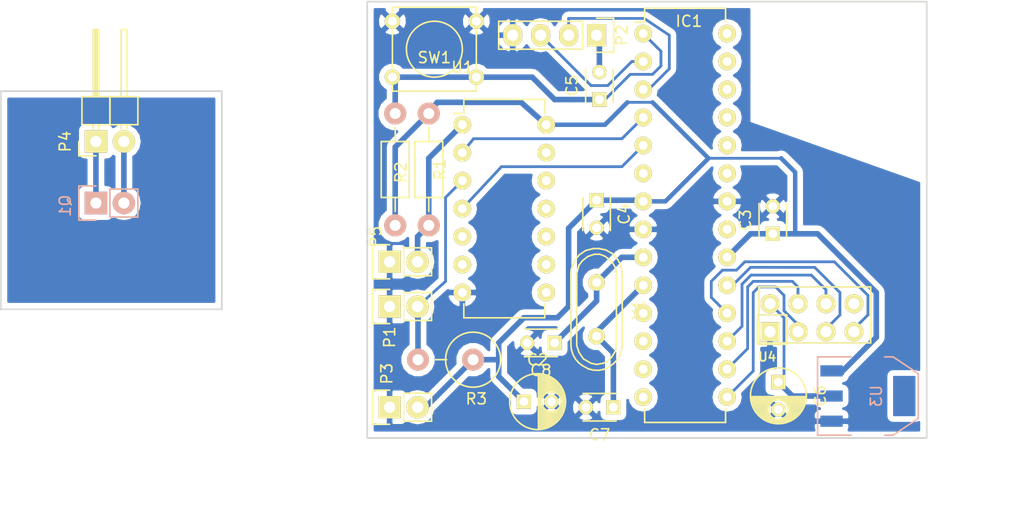
<source format=kicad_pcb>
(kicad_pcb (version 4) (host pcbnew 4.0.1-stable)

  (general
    (links 52)
    (no_connects 0)
    (area 90.094999 102.032999 174.319001 141.807001)
    (thickness 1.6)
    (drawings 11)
    (tracks 139)
    (zones 0)
    (modules 22)
    (nets 21)
  )

  (page A4)
  (layers
    (0 F.Cu signal)
    (31 B.Cu signal)
    (32 B.Adhes user)
    (33 F.Adhes user)
    (34 B.Paste user)
    (35 F.Paste user)
    (36 B.SilkS user)
    (37 F.SilkS user)
    (38 B.Mask user)
    (39 F.Mask user)
    (40 Dwgs.User user)
    (41 Cmts.User user)
    (42 Eco1.User user)
    (43 Eco2.User user)
    (44 Edge.Cuts user)
    (45 Margin user)
    (46 B.CrtYd user)
    (47 F.CrtYd user)
    (48 B.Fab user)
    (49 F.Fab user)
  )

  (setup
    (last_trace_width 0.508)
    (user_trace_width 0.254)
    (user_trace_width 0.4064)
    (user_trace_width 0.508)
    (user_trace_width 1.016)
    (trace_clearance 0.2)
    (zone_clearance 0.508)
    (zone_45_only no)
    (trace_min 0.2)
    (segment_width 0.2)
    (edge_width 0.15)
    (via_size 0.6)
    (via_drill 0.4)
    (via_min_size 0.4)
    (via_min_drill 0.3)
    (uvia_size 0.3)
    (uvia_drill 0.1)
    (uvias_allowed no)
    (uvia_min_size 0.2)
    (uvia_min_drill 0.1)
    (pcb_text_width 0.3)
    (pcb_text_size 1.5 1.5)
    (mod_edge_width 0.15)
    (mod_text_size 1 1)
    (mod_text_width 0.15)
    (pad_size 1.524 1.524)
    (pad_drill 0.762)
    (pad_to_mask_clearance 0.2)
    (aux_axis_origin 0 0)
    (visible_elements 7FFFFFFF)
    (pcbplotparams
      (layerselection 0x00030_80000001)
      (usegerberextensions false)
      (excludeedgelayer true)
      (linewidth 0.100000)
      (plotframeref false)
      (viasonmask false)
      (mode 1)
      (useauxorigin false)
      (hpglpennumber 1)
      (hpglpenspeed 20)
      (hpglpendiameter 15)
      (hpglpenoverlay 2)
      (psnegative false)
      (psa4output false)
      (plotreference true)
      (plotvalue true)
      (plotinvisibletext false)
      (padsonsilk false)
      (subtractmaskfromsilk false)
      (outputformat 1)
      (mirror false)
      (drillshape 1)
      (scaleselection 1)
      (outputdirectory ""))
  )

  (net 0 "")
  (net 1 +5V)
  (net 2 GND)
  (net 3 "Net-(C5-Pad1)")
  (net 4 /RST)
  (net 5 "Net-(C6-Pad1)")
  (net 6 /TX)
  (net 7 /RX)
  (net 8 "Net-(IC1-Pad4)")
  (net 9 "Net-(IC1-Pad5)")
  (net 10 /CE)
  (net 11 /CSN)
  (net 12 /MOSI)
  (net 13 /MISO)
  (net 14 /SCK)
  (net 15 "Net-(C7-Pad1)")
  (net 16 "Net-(C8-Pad1)")
  (net 17 "Net-(P1-Pad2)")
  (net 18 "Net-(P4-Pad1)")
  (net 19 "Net-(P4-Pad2)")
  (net 20 "Net-(P5-Pad2)")

  (net_class Default "This is the default net class."
    (clearance 0.2)
    (trace_width 0.25)
    (via_dia 0.6)
    (via_drill 0.4)
    (uvia_dia 0.3)
    (uvia_drill 0.1)
    (add_net +5V)
    (add_net /CE)
    (add_net /CSN)
    (add_net /MISO)
    (add_net /MOSI)
    (add_net /RST)
    (add_net /RX)
    (add_net /SCK)
    (add_net /TX)
    (add_net GND)
    (add_net "Net-(C5-Pad1)")
    (add_net "Net-(C6-Pad1)")
    (add_net "Net-(C7-Pad1)")
    (add_net "Net-(C8-Pad1)")
    (add_net "Net-(IC1-Pad4)")
    (add_net "Net-(IC1-Pad5)")
    (add_net "Net-(P1-Pad2)")
    (add_net "Net-(P4-Pad1)")
    (add_net "Net-(P4-Pad2)")
    (add_net "Net-(P5-Pad2)")
  )

  (module Housings_DIP:DIP-14_W7.62mm (layer F.Cu) (tedit 57D4F0E6) (tstamp 57D49C7E)
    (at 132.08 113.284)
    (descr "14-lead dip package, row spacing 7.62 mm (300 mils)")
    (tags "dil dip 2.54 300")
    (path /57D3A390)
    (fp_text reference U1 (at 0 -5.22) (layer F.SilkS)
      (effects (font (size 1 1) (thickness 0.15)))
    )
    (fp_text value 74HC14 (at 4.064 10.922 90) (layer F.Fab)
      (effects (font (size 1 1) (thickness 0.15)))
    )
    (fp_line (start -1.05 -2.45) (end -1.05 17.7) (layer F.CrtYd) (width 0.05))
    (fp_line (start 8.65 -2.45) (end 8.65 17.7) (layer F.CrtYd) (width 0.05))
    (fp_line (start -1.05 -2.45) (end 8.65 -2.45) (layer F.CrtYd) (width 0.05))
    (fp_line (start -1.05 17.7) (end 8.65 17.7) (layer F.CrtYd) (width 0.05))
    (fp_line (start 0.135 -2.295) (end 0.135 -1.025) (layer F.SilkS) (width 0.15))
    (fp_line (start 7.485 -2.295) (end 7.485 -1.025) (layer F.SilkS) (width 0.15))
    (fp_line (start 7.485 17.535) (end 7.485 16.265) (layer F.SilkS) (width 0.15))
    (fp_line (start 0.135 17.535) (end 0.135 16.265) (layer F.SilkS) (width 0.15))
    (fp_line (start 0.135 -2.295) (end 7.485 -2.295) (layer F.SilkS) (width 0.15))
    (fp_line (start 0.135 17.535) (end 7.485 17.535) (layer F.SilkS) (width 0.15))
    (fp_line (start 0.135 -1.025) (end -0.8 -1.025) (layer F.SilkS) (width 0.15))
    (pad 1 thru_hole oval (at 0 0) (size 1.6 1.6) (drill 0.8) (layers *.Cu *.Mask F.SilkS)
      (net 20 "Net-(P5-Pad2)"))
    (pad 2 thru_hole oval (at 0 2.54) (size 1.6 1.6) (drill 0.8) (layers *.Cu *.Mask F.SilkS)
      (net 8 "Net-(IC1-Pad4)"))
    (pad 3 thru_hole oval (at 0 5.08) (size 1.6 1.6) (drill 0.8) (layers *.Cu *.Mask F.SilkS)
      (net 17 "Net-(P1-Pad2)"))
    (pad 4 thru_hole oval (at 0 7.62) (size 1.6 1.6) (drill 0.8) (layers *.Cu *.Mask F.SilkS)
      (net 9 "Net-(IC1-Pad5)"))
    (pad 5 thru_hole oval (at 0 10.16) (size 1.6 1.6) (drill 0.8) (layers *.Cu *.Mask F.SilkS))
    (pad 6 thru_hole oval (at 0 12.7) (size 1.6 1.6) (drill 0.8) (layers *.Cu *.Mask F.SilkS))
    (pad 7 thru_hole oval (at 0 15.24) (size 1.6 1.6) (drill 0.8) (layers *.Cu *.Mask F.SilkS)
      (net 2 GND))
    (pad 8 thru_hole oval (at 7.62 15.24) (size 1.6 1.6) (drill 0.8) (layers *.Cu *.Mask F.SilkS))
    (pad 9 thru_hole oval (at 7.62 12.7) (size 1.6 1.6) (drill 0.8) (layers *.Cu *.Mask F.SilkS))
    (pad 10 thru_hole oval (at 7.62 10.16) (size 1.6 1.6) (drill 0.8) (layers *.Cu *.Mask F.SilkS))
    (pad 11 thru_hole oval (at 7.62 7.62) (size 1.6 1.6) (drill 0.8) (layers *.Cu *.Mask F.SilkS))
    (pad 12 thru_hole oval (at 7.62 5.08) (size 1.6 1.6) (drill 0.8) (layers *.Cu *.Mask F.SilkS))
    (pad 13 thru_hole oval (at 7.62 2.54) (size 1.6 1.6) (drill 0.8) (layers *.Cu *.Mask F.SilkS))
    (pad 14 thru_hole oval (at 7.62 0) (size 1.6 1.6) (drill 0.8) (layers *.Cu *.Mask F.SilkS)
      (net 1 +5V))
    (model Housings_DIP.3dshapes/DIP-14_W7.62mm.wrl
      (at (xyz 0 0 0))
      (scale (xyz 1 1 1))
      (rotate (xyz 0 0 0))
    )
  )

  (module Housings_DIP:DIP-28_W7.62mm (layer F.Cu) (tedit 57D4F88D) (tstamp 57D49C44)
    (at 148.5011 105.0036)
    (descr "28-lead dip package, row spacing 7.62 mm (300 mils)")
    (tags "dil dip 2.54 300")
    (path /57D39EB7)
    (fp_text reference IC1 (at 4.1529 -1.1176) (layer F.SilkS)
      (effects (font (size 1 1) (thickness 0.15)))
    )
    (fp_text value ATMEGA328P-P (at 3.8989 20.7264 90) (layer F.Fab)
      (effects (font (size 1 1) (thickness 0.15)))
    )
    (fp_line (start -1.05 -2.45) (end -1.05 35.5) (layer F.CrtYd) (width 0.05))
    (fp_line (start 8.65 -2.45) (end 8.65 35.5) (layer F.CrtYd) (width 0.05))
    (fp_line (start -1.05 -2.45) (end 8.65 -2.45) (layer F.CrtYd) (width 0.05))
    (fp_line (start -1.05 35.5) (end 8.65 35.5) (layer F.CrtYd) (width 0.05))
    (fp_line (start 0.135 -2.295) (end 0.135 -1.025) (layer F.SilkS) (width 0.15))
    (fp_line (start 7.485 -2.295) (end 7.485 -1.025) (layer F.SilkS) (width 0.15))
    (fp_line (start 7.485 35.315) (end 7.485 34.045) (layer F.SilkS) (width 0.15))
    (fp_line (start 0.135 35.315) (end 0.135 34.045) (layer F.SilkS) (width 0.15))
    (fp_line (start 0.135 -2.295) (end 7.485 -2.295) (layer F.SilkS) (width 0.15))
    (fp_line (start 0.135 35.315) (end 7.485 35.315) (layer F.SilkS) (width 0.15))
    (fp_line (start 0.135 -1.025) (end -0.8 -1.025) (layer F.SilkS) (width 0.15))
    (pad 1 thru_hole oval (at 0 0) (size 1.6 1.6) (drill 0.8) (layers *.Cu *.Mask F.SilkS)
      (net 3 "Net-(C5-Pad1)"))
    (pad 2 thru_hole oval (at 0 2.54) (size 1.6 1.6) (drill 0.8) (layers *.Cu *.Mask F.SilkS)
      (net 6 /TX))
    (pad 3 thru_hole oval (at 0 5.08) (size 1.6 1.6) (drill 0.8) (layers *.Cu *.Mask F.SilkS)
      (net 7 /RX))
    (pad 4 thru_hole oval (at 0 7.62) (size 1.6 1.6) (drill 0.8) (layers *.Cu *.Mask F.SilkS)
      (net 8 "Net-(IC1-Pad4)"))
    (pad 5 thru_hole oval (at 0 10.16) (size 1.6 1.6) (drill 0.8) (layers *.Cu *.Mask F.SilkS)
      (net 9 "Net-(IC1-Pad5)"))
    (pad 6 thru_hole oval (at 0 12.7) (size 1.6 1.6) (drill 0.8) (layers *.Cu *.Mask F.SilkS))
    (pad 7 thru_hole oval (at 0 15.24) (size 1.6 1.6) (drill 0.8) (layers *.Cu *.Mask F.SilkS)
      (net 1 +5V))
    (pad 8 thru_hole oval (at 0 17.78) (size 1.6 1.6) (drill 0.8) (layers *.Cu *.Mask F.SilkS)
      (net 2 GND))
    (pad 9 thru_hole oval (at 0 20.32) (size 1.6 1.6) (drill 0.8) (layers *.Cu *.Mask F.SilkS)
      (net 16 "Net-(C8-Pad1)"))
    (pad 10 thru_hole oval (at 0 22.86) (size 1.6 1.6) (drill 0.8) (layers *.Cu *.Mask F.SilkS)
      (net 15 "Net-(C7-Pad1)"))
    (pad 11 thru_hole oval (at 0 25.4) (size 1.6 1.6) (drill 0.8) (layers *.Cu *.Mask F.SilkS))
    (pad 12 thru_hole oval (at 0 27.94) (size 1.6 1.6) (drill 0.8) (layers *.Cu *.Mask F.SilkS))
    (pad 13 thru_hole oval (at 0 30.48) (size 1.6 1.6) (drill 0.8) (layers *.Cu *.Mask F.SilkS))
    (pad 14 thru_hole oval (at 0 33.02) (size 1.6 1.6) (drill 0.8) (layers *.Cu *.Mask F.SilkS))
    (pad 15 thru_hole oval (at 7.62 33.02) (size 1.6 1.6) (drill 0.8) (layers *.Cu *.Mask F.SilkS)
      (net 10 /CE))
    (pad 16 thru_hole oval (at 7.62 30.48) (size 1.6 1.6) (drill 0.8) (layers *.Cu *.Mask F.SilkS)
      (net 11 /CSN))
    (pad 17 thru_hole oval (at 7.62 27.94) (size 1.6 1.6) (drill 0.8) (layers *.Cu *.Mask F.SilkS)
      (net 12 /MOSI))
    (pad 18 thru_hole oval (at 7.62 25.4) (size 1.6 1.6) (drill 0.8) (layers *.Cu *.Mask F.SilkS)
      (net 13 /MISO))
    (pad 19 thru_hole oval (at 7.62 22.86) (size 1.6 1.6) (drill 0.8) (layers *.Cu *.Mask F.SilkS)
      (net 14 /SCK))
    (pad 20 thru_hole oval (at 7.62 20.32) (size 1.6 1.6) (drill 0.8) (layers *.Cu *.Mask F.SilkS)
      (net 1 +5V))
    (pad 21 thru_hole oval (at 7.62 17.78) (size 1.6 1.6) (drill 0.8) (layers *.Cu *.Mask F.SilkS))
    (pad 22 thru_hole oval (at 7.62 15.24) (size 1.6 1.6) (drill 0.8) (layers *.Cu *.Mask F.SilkS)
      (net 2 GND))
    (pad 23 thru_hole oval (at 7.62 12.7) (size 1.6 1.6) (drill 0.8) (layers *.Cu *.Mask F.SilkS))
    (pad 24 thru_hole oval (at 7.62 10.16) (size 1.6 1.6) (drill 0.8) (layers *.Cu *.Mask F.SilkS))
    (pad 25 thru_hole oval (at 7.62 7.62) (size 1.6 1.6) (drill 0.8) (layers *.Cu *.Mask F.SilkS))
    (pad 26 thru_hole oval (at 7.62 5.08) (size 1.6 1.6) (drill 0.8) (layers *.Cu *.Mask F.SilkS))
    (pad 27 thru_hole oval (at 7.62 2.54) (size 1.6 1.6) (drill 0.8) (layers *.Cu *.Mask F.SilkS))
    (pad 28 thru_hole oval (at 7.62 0) (size 1.6 1.6) (drill 0.8) (layers *.Cu *.Mask F.SilkS))
    (model Housings_DIP.3dshapes/DIP-28_W7.62mm.wrl
      (at (xyz 0 0 0))
      (scale (xyz 1 1 1))
      (rotate (xyz 0 0 0))
    )
  )

  (module Pin_Headers:Pin_Header_Straight_1x02 (layer F.Cu) (tedit 57DDA57F) (tstamp 57D49C4A)
    (at 125.476 129.794 90)
    (descr "Through hole pin header")
    (tags "pin header")
    (path /57D45403)
    (fp_text reference P1 (at -2.794 0 90) (layer F.SilkS)
      (effects (font (size 1 1) (thickness 0.15)))
    )
    (fp_text value "HDO switch" (at 0 -6.604 180) (layer F.Fab)
      (effects (font (size 1 1) (thickness 0.15)))
    )
    (fp_line (start 1.27 1.27) (end 1.27 3.81) (layer F.SilkS) (width 0.15))
    (fp_line (start 1.55 -1.55) (end 1.55 0) (layer F.SilkS) (width 0.15))
    (fp_line (start -1.75 -1.75) (end -1.75 4.3) (layer F.CrtYd) (width 0.05))
    (fp_line (start 1.75 -1.75) (end 1.75 4.3) (layer F.CrtYd) (width 0.05))
    (fp_line (start -1.75 -1.75) (end 1.75 -1.75) (layer F.CrtYd) (width 0.05))
    (fp_line (start -1.75 4.3) (end 1.75 4.3) (layer F.CrtYd) (width 0.05))
    (fp_line (start 1.27 1.27) (end -1.27 1.27) (layer F.SilkS) (width 0.15))
    (fp_line (start -1.55 0) (end -1.55 -1.55) (layer F.SilkS) (width 0.15))
    (fp_line (start -1.55 -1.55) (end 1.55 -1.55) (layer F.SilkS) (width 0.15))
    (fp_line (start -1.27 1.27) (end -1.27 3.81) (layer F.SilkS) (width 0.15))
    (fp_line (start -1.27 3.81) (end 1.27 3.81) (layer F.SilkS) (width 0.15))
    (pad 1 thru_hole rect (at 0 0 90) (size 2.032 2.032) (drill 1.016) (layers *.Cu *.Mask F.SilkS)
      (net 2 GND))
    (pad 2 thru_hole oval (at 0 2.54 90) (size 2.032 2.032) (drill 1.016) (layers *.Cu *.Mask F.SilkS)
      (net 17 "Net-(P1-Pad2)"))
    (model Pin_Headers.3dshapes/Pin_Header_Straight_1x02.wrl
      (at (xyz 0 -0.05 0))
      (scale (xyz 1 1 1))
      (rotate (xyz 0 0 90))
    )
  )

  (module Pin_Headers:Pin_Header_Straight_1x04 (layer F.Cu) (tedit 57D4F895) (tstamp 57D49C52)
    (at 144.272 105.156 270)
    (descr "Through hole pin header")
    (tags "pin header")
    (path /57D3D311)
    (fp_text reference P2 (at 0 -2.286 270) (layer F.SilkS)
      (effects (font (size 1 1) (thickness 0.15)))
    )
    (fp_text value FTDI (at 2.54 6.35 360) (layer F.Fab)
      (effects (font (size 1 1) (thickness 0.15)))
    )
    (fp_line (start -1.75 -1.75) (end -1.75 9.4) (layer F.CrtYd) (width 0.05))
    (fp_line (start 1.75 -1.75) (end 1.75 9.4) (layer F.CrtYd) (width 0.05))
    (fp_line (start -1.75 -1.75) (end 1.75 -1.75) (layer F.CrtYd) (width 0.05))
    (fp_line (start -1.75 9.4) (end 1.75 9.4) (layer F.CrtYd) (width 0.05))
    (fp_line (start -1.27 1.27) (end -1.27 8.89) (layer F.SilkS) (width 0.15))
    (fp_line (start 1.27 1.27) (end 1.27 8.89) (layer F.SilkS) (width 0.15))
    (fp_line (start 1.55 -1.55) (end 1.55 0) (layer F.SilkS) (width 0.15))
    (fp_line (start -1.27 8.89) (end 1.27 8.89) (layer F.SilkS) (width 0.15))
    (fp_line (start 1.27 1.27) (end -1.27 1.27) (layer F.SilkS) (width 0.15))
    (fp_line (start -1.55 0) (end -1.55 -1.55) (layer F.SilkS) (width 0.15))
    (fp_line (start -1.55 -1.55) (end 1.55 -1.55) (layer F.SilkS) (width 0.15))
    (pad 1 thru_hole rect (at 0 0 270) (size 2.032 1.7272) (drill 1.016) (layers *.Cu *.Mask F.SilkS)
      (net 4 /RST))
    (pad 2 thru_hole oval (at 0 2.54 270) (size 2.032 1.7272) (drill 1.016) (layers *.Cu *.Mask F.SilkS)
      (net 7 /RX))
    (pad 3 thru_hole oval (at 0 5.08 270) (size 2.032 1.7272) (drill 1.016) (layers *.Cu *.Mask F.SilkS)
      (net 6 /TX))
    (pad 4 thru_hole oval (at 0 7.62 270) (size 2.032 1.7272) (drill 1.016) (layers *.Cu *.Mask F.SilkS)
      (net 2 GND))
    (model Pin_Headers.3dshapes/Pin_Header_Straight_1x04.wrl
      (at (xyz 0 -0.15 0))
      (scale (xyz 1 1 1))
      (rotate (xyz 0 0 90))
    )
  )

  (module Resistors_ThroughHole:Resistor_Horizontal_RM10mm (layer F.Cu) (tedit 57DDA590) (tstamp 57D49C5E)
    (at 129.032 117.348 270)
    (descr "Resistor, Axial,  RM 10mm, 1/3W,")
    (tags "Resistor, Axial, RM 10mm, 1/3W,")
    (path /57D450CA)
    (fp_text reference R1 (at 0 -1.016 270) (layer F.SilkS)
      (effects (font (size 1 1) (thickness 0.15)))
    )
    (fp_text value 220k (at 0 0.762 270) (layer F.Fab)
      (effects (font (size 1 1) (thickness 0.15)))
    )
    (fp_line (start -2.54 -1.27) (end 2.54 -1.27) (layer F.SilkS) (width 0.15))
    (fp_line (start 2.54 -1.27) (end 2.54 1.27) (layer F.SilkS) (width 0.15))
    (fp_line (start 2.54 1.27) (end -2.54 1.27) (layer F.SilkS) (width 0.15))
    (fp_line (start -2.54 1.27) (end -2.54 -1.27) (layer F.SilkS) (width 0.15))
    (fp_line (start -2.54 0) (end -3.81 0) (layer F.SilkS) (width 0.15))
    (fp_line (start 2.54 0) (end 3.81 0) (layer F.SilkS) (width 0.15))
    (pad 1 thru_hole circle (at -5.08 0 270) (size 1.99898 1.99898) (drill 1.00076) (layers *.Cu *.SilkS *.Mask)
      (net 1 +5V))
    (pad 2 thru_hole circle (at 5.08 0 270) (size 1.99898 1.99898) (drill 1.00076) (layers *.Cu *.SilkS *.Mask)
      (net 20 "Net-(P5-Pad2)"))
    (model Resistors_ThroughHole.3dshapes/Resistor_Horizontal_RM10mm.wrl
      (at (xyz 0 0 0))
      (scale (xyz 0.4 0.4 0.4))
      (rotate (xyz 0 0 0))
    )
  )

  (module Resistors_ThroughHole:Resistor_Horizontal_RM10mm (layer F.Cu) (tedit 57DDA58C) (tstamp 57D49C64)
    (at 125.984 117.348 90)
    (descr "Resistor, Axial,  RM 10mm, 1/3W,")
    (tags "Resistor, Axial, RM 10mm, 1/3W,")
    (path /57D3A3FF)
    (fp_text reference R2 (at -0.254 0.508 90) (layer F.SilkS)
      (effects (font (size 1 1) (thickness 0.15)))
    )
    (fp_text value 10k (at -0.254 -1.016 90) (layer F.Fab)
      (effects (font (size 1 1) (thickness 0.15)))
    )
    (fp_line (start -2.54 -1.27) (end 2.54 -1.27) (layer F.SilkS) (width 0.15))
    (fp_line (start 2.54 -1.27) (end 2.54 1.27) (layer F.SilkS) (width 0.15))
    (fp_line (start 2.54 1.27) (end -2.54 1.27) (layer F.SilkS) (width 0.15))
    (fp_line (start -2.54 1.27) (end -2.54 -1.27) (layer F.SilkS) (width 0.15))
    (fp_line (start -2.54 0) (end -3.81 0) (layer F.SilkS) (width 0.15))
    (fp_line (start 2.54 0) (end 3.81 0) (layer F.SilkS) (width 0.15))
    (pad 1 thru_hole circle (at -5.08 0 90) (size 1.99898 1.99898) (drill 1.00076) (layers *.Cu *.SilkS *.Mask)
      (net 1 +5V))
    (pad 2 thru_hole circle (at 5.08 0 90) (size 1.99898 1.99898) (drill 1.00076) (layers *.Cu *.SilkS *.Mask)
      (net 3 "Net-(C5-Pad1)"))
    (model Resistors_ThroughHole.3dshapes/Resistor_Horizontal_RM10mm.wrl
      (at (xyz 0 0 0))
      (scale (xyz 0.4 0.4 0.4))
      (rotate (xyz 0 0 0))
    )
  )

  (module Buttons_Switches_ThroughHole:SW_PUSH_SMALL (layer F.Cu) (tedit 0) (tstamp 57D49C6C)
    (at 129.54 106.426 180)
    (path /57D3E33F)
    (fp_text reference SW1 (at 0 -0.762 180) (layer F.SilkS)
      (effects (font (size 1 1) (thickness 0.15)))
    )
    (fp_text value SW_PUSH (at 0 1.016 180) (layer F.Fab)
      (effects (font (size 1 1) (thickness 0.15)))
    )
    (fp_circle (center 0 0) (end 0 -2.54) (layer F.SilkS) (width 0.15))
    (fp_line (start -3.81 -3.81) (end 3.81 -3.81) (layer F.SilkS) (width 0.15))
    (fp_line (start 3.81 -3.81) (end 3.81 3.81) (layer F.SilkS) (width 0.15))
    (fp_line (start 3.81 3.81) (end -3.81 3.81) (layer F.SilkS) (width 0.15))
    (fp_line (start -3.81 -3.81) (end -3.81 3.81) (layer F.SilkS) (width 0.15))
    (pad 1 thru_hole circle (at 3.81 -2.54 180) (size 1.397 1.397) (drill 0.8128) (layers *.Cu *.Mask F.SilkS)
      (net 3 "Net-(C5-Pad1)"))
    (pad 2 thru_hole circle (at 3.81 2.54 180) (size 1.397 1.397) (drill 0.8128) (layers *.Cu *.Mask F.SilkS)
      (net 2 GND))
    (pad 1 thru_hole circle (at -3.81 -2.54 180) (size 1.397 1.397) (drill 0.8128) (layers *.Cu *.Mask F.SilkS)
      (net 3 "Net-(C5-Pad1)"))
    (pad 2 thru_hole circle (at -3.81 2.54 180) (size 1.397 1.397) (drill 0.8128) (layers *.Cu *.Mask F.SilkS)
      (net 2 GND))
  )

  (module TO_SOT_Packages_SMD:SOT-223 (layer B.Cu) (tedit 0) (tstamp 57D49C8E)
    (at 168.91 137.922 90)
    (descr "module CMS SOT223 4 pins")
    (tags "CMS SOT")
    (path /57D3C01D)
    (attr smd)
    (fp_text reference U3 (at 0 0.762 90) (layer B.SilkS)
      (effects (font (size 1 1) (thickness 0.15)) (justify mirror))
    )
    (fp_text value NCP1117ST33T3G (at 0 -0.762 90) (layer B.Fab)
      (effects (font (size 1 1) (thickness 0.15)) (justify mirror))
    )
    (fp_line (start -3.556 -1.524) (end -3.556 -4.572) (layer B.SilkS) (width 0.15))
    (fp_line (start -3.556 -4.572) (end 3.556 -4.572) (layer B.SilkS) (width 0.15))
    (fp_line (start 3.556 -4.572) (end 3.556 -1.524) (layer B.SilkS) (width 0.15))
    (fp_line (start -3.556 1.524) (end -3.556 2.286) (layer B.SilkS) (width 0.15))
    (fp_line (start -3.556 2.286) (end -2.032 4.572) (layer B.SilkS) (width 0.15))
    (fp_line (start -2.032 4.572) (end 2.032 4.572) (layer B.SilkS) (width 0.15))
    (fp_line (start 2.032 4.572) (end 3.556 2.286) (layer B.SilkS) (width 0.15))
    (fp_line (start 3.556 2.286) (end 3.556 1.524) (layer B.SilkS) (width 0.15))
    (pad 4 smd rect (at 0 3.302 90) (size 3.6576 2.032) (layers B.Cu B.Paste B.Mask))
    (pad 2 smd rect (at 0 -3.302 90) (size 1.016 2.032) (layers B.Cu B.Paste B.Mask)
      (net 5 "Net-(C6-Pad1)"))
    (pad 3 smd rect (at 2.286 -3.302 90) (size 1.016 2.032) (layers B.Cu B.Paste B.Mask)
      (net 1 +5V))
    (pad 1 smd rect (at -2.286 -3.302 90) (size 1.016 2.032) (layers B.Cu B.Paste B.Mask)
      (net 2 GND))
    (model TO_SOT_Packages_SMD.3dshapes/SOT-223.wrl
      (at (xyz 0 0 0))
      (scale (xyz 0.4 0.4 0.4))
      (rotate (xyz 0 0 0))
    )
  )

  (module Modules:NRF24L01+ (layer F.Cu) (tedit 56B7B3FE) (tstamp 57D49C9A)
    (at 158.75 133.35 180)
    (descr NRF24L01)
    (tags "nRF 24 NRF24L01 NRF24L01+")
    (path /57D39F36)
    (fp_text reference U4 (at -1.016 -1.016 180) (layer F.SilkS)
      (effects (font (size 0.8 0.8) (thickness 0.16)))
    )
    (fp_text value nRF24L01+ (at -8.382 7.112 180) (layer F.Fab) hide
      (effects (font (size 0.8 0.8) (thickness 0.16)))
    )
    (fp_line (start -15.25 28.8) (end 0 28.8) (layer F.CrtYd) (width 0.15))
    (fp_line (start 0 28.8) (end 0 0) (layer F.CrtYd) (width 0.15))
    (fp_line (start 0 0) (end -15.25 0) (layer F.CrtYd) (width 0.15))
    (fp_line (start -15.25 0) (end -15.25 28.8) (layer F.CrtYd) (width 0.15))
    (fp_line (start -2.794 0.127) (end -0.127 0.127) (layer F.SilkS) (width 0.15))
    (fp_line (start -0.127 0.127) (end -0.127 2.794) (layer F.SilkS) (width 0.15))
    (fp_line (start 0 0) (end -15.25 0) (layer B.CrtYd) (width 0.15))
    (fp_line (start -15.25 0) (end -15.25 28.8) (layer B.CrtYd) (width 0.15))
    (fp_line (start -15.25 28.8) (end 0 28.8) (layer B.CrtYd) (width 0.15))
    (fp_line (start 0 28.8) (end 0 0) (layer B.CrtYd) (width 0.15))
    (fp_line (start -7.874 0.254) (end -10.414 0.254) (layer F.SilkS) (width 0.15))
    (fp_line (start -10.414 0.254) (end -10.414 2.794) (layer F.SilkS) (width 0.15))
    (fp_line (start -2.794 0.254) (end -2.794 2.794) (layer F.SilkS) (width 0.15))
    (fp_line (start -2.794 2.794) (end -0.254 2.794) (layer F.SilkS) (width 0.15))
    (fp_line (start -10.894 -0.226) (end -10.894 5.824) (layer F.CrtYd) (width 0.05))
    (fp_line (start 0.256 -0.226) (end 0.256 5.824) (layer F.CrtYd) (width 0.05))
    (fp_line (start -10.894 -0.226) (end 0.256 -0.226) (layer F.CrtYd) (width 0.05))
    (fp_line (start -10.894 5.824) (end 0.256 5.824) (layer F.CrtYd) (width 0.05))
    (fp_line (start -7.874 0.254) (end -0.254 0.254) (layer F.SilkS) (width 0.15))
    (fp_line (start -0.254 0.254) (end -0.254 5.334) (layer F.SilkS) (width 0.15))
    (fp_line (start -0.254 5.334) (end -10.414 5.334) (layer F.SilkS) (width 0.15))
    (fp_line (start -10.414 5.334) (end -10.414 2.794) (layer F.SilkS) (width 0.15))
    (pad 7 thru_hole oval (at -8.89 1.27 180) (size 1.7272 1.7272) (drill 1.016) (layers *.Cu *.Mask F.SilkS)
      (net 13 /MISO))
    (pad 8 thru_hole oval (at -8.89 3.81 180) (size 1.7272 1.7272) (drill 1.016) (layers *.Cu *.Mask F.SilkS))
    (pad 5 thru_hole oval (at -6.35 1.27 180) (size 1.7272 1.7272) (drill 1.016) (layers *.Cu *.Mask F.SilkS)
      (net 14 /SCK))
    (pad 6 thru_hole oval (at -6.35 3.81 180) (size 1.7272 1.7272) (drill 1.016) (layers *.Cu *.Mask F.SilkS)
      (net 12 /MOSI))
    (pad 3 thru_hole oval (at -3.81 1.27 180) (size 1.7272 1.7272) (drill 1.016) (layers *.Cu *.Mask F.SilkS)
      (net 10 /CE))
    (pad 4 thru_hole oval (at -3.81 3.81 180) (size 1.7272 1.7272) (drill 1.016) (layers *.Cu *.Mask F.SilkS)
      (net 11 /CSN))
    (pad 1 thru_hole rect (at -1.27 1.27 180) (size 1.7272 1.7272) (drill 1.016) (layers *.Cu *.Mask F.SilkS)
      (net 2 GND))
    (pad 2 thru_hole oval (at -1.27 3.81 180) (size 1.7272 1.7272) (drill 1.016) (layers *.Cu *.Mask F.SilkS)
      (net 5 "Net-(C6-Pad1)"))
    (model Socket_Strips.3dshapes/Socket_Strip_Straight_2x04.wrl
      (at (xyz -0.21 -0.11 0))
      (scale (xyz 1 1 1))
      (rotate (xyz 0 0 0))
    )
    (model Pin_Headers.3dshapes/Pin_Header_Straight_2x04.wrl
      (at (xyz -0.21 -0.11 0.442))
      (scale (xyz 1 1 1))
      (rotate (xyz 0 180 0))
    )
    (model mysensors.3dshapes/nrf24l01.wrl
      (at (xyz -0.3 -0.5669999999999999 0.475))
      (scale (xyz 0.395 0.395 0.395))
      (rotate (xyz 0 0 0))
    )
    (model Housings_DFN_QFN.3dshapes/QFN-20-1EP_4x4mm_Pitch0.5mm.wrl
      (at (xyz -0.22 -0.51 0.509))
      (scale (xyz 1 1 1))
      (rotate (xyz 0 0 0))
    )
    (model mysensors.3dshapes/w.lain.3dshapes/crystal/crystal_hc-49s.wrl
      (at (xyz -0.5 -0.475 0.51))
      (scale (xyz 1 1 1))
      (rotate (xyz 0 0 90))
    )
  )

  (module Capacitors_ThroughHole:C_Radial_D5_L11_P2.5 (layer F.Cu) (tedit 57D4F84E) (tstamp 57D49CB9)
    (at 137.668 138.43)
    (descr "Radial Electrolytic Capacitor Diameter 5mm x Length 11mm, Pitch 2.5mm")
    (tags "Electrolytic Capacitor")
    (path /57D3BEFD)
    (fp_text reference C2 (at 1.25 -3.8) (layer F.SilkS)
      (effects (font (size 1 1) (thickness 0.15)))
    )
    (fp_text value 10M (at -3.302 1.778) (layer F.Fab)
      (effects (font (size 1 1) (thickness 0.15)))
    )
    (fp_line (start 1.325 -2.499) (end 1.325 2.499) (layer F.SilkS) (width 0.15))
    (fp_line (start 1.465 -2.491) (end 1.465 2.491) (layer F.SilkS) (width 0.15))
    (fp_line (start 1.605 -2.475) (end 1.605 -0.095) (layer F.SilkS) (width 0.15))
    (fp_line (start 1.605 0.095) (end 1.605 2.475) (layer F.SilkS) (width 0.15))
    (fp_line (start 1.745 -2.451) (end 1.745 -0.49) (layer F.SilkS) (width 0.15))
    (fp_line (start 1.745 0.49) (end 1.745 2.451) (layer F.SilkS) (width 0.15))
    (fp_line (start 1.885 -2.418) (end 1.885 -0.657) (layer F.SilkS) (width 0.15))
    (fp_line (start 1.885 0.657) (end 1.885 2.418) (layer F.SilkS) (width 0.15))
    (fp_line (start 2.025 -2.377) (end 2.025 -0.764) (layer F.SilkS) (width 0.15))
    (fp_line (start 2.025 0.764) (end 2.025 2.377) (layer F.SilkS) (width 0.15))
    (fp_line (start 2.165 -2.327) (end 2.165 -0.835) (layer F.SilkS) (width 0.15))
    (fp_line (start 2.165 0.835) (end 2.165 2.327) (layer F.SilkS) (width 0.15))
    (fp_line (start 2.305 -2.266) (end 2.305 -0.879) (layer F.SilkS) (width 0.15))
    (fp_line (start 2.305 0.879) (end 2.305 2.266) (layer F.SilkS) (width 0.15))
    (fp_line (start 2.445 -2.196) (end 2.445 -0.898) (layer F.SilkS) (width 0.15))
    (fp_line (start 2.445 0.898) (end 2.445 2.196) (layer F.SilkS) (width 0.15))
    (fp_line (start 2.585 -2.114) (end 2.585 -0.896) (layer F.SilkS) (width 0.15))
    (fp_line (start 2.585 0.896) (end 2.585 2.114) (layer F.SilkS) (width 0.15))
    (fp_line (start 2.725 -2.019) (end 2.725 -0.871) (layer F.SilkS) (width 0.15))
    (fp_line (start 2.725 0.871) (end 2.725 2.019) (layer F.SilkS) (width 0.15))
    (fp_line (start 2.865 -1.908) (end 2.865 -0.823) (layer F.SilkS) (width 0.15))
    (fp_line (start 2.865 0.823) (end 2.865 1.908) (layer F.SilkS) (width 0.15))
    (fp_line (start 3.005 -1.78) (end 3.005 -0.745) (layer F.SilkS) (width 0.15))
    (fp_line (start 3.005 0.745) (end 3.005 1.78) (layer F.SilkS) (width 0.15))
    (fp_line (start 3.145 -1.631) (end 3.145 -0.628) (layer F.SilkS) (width 0.15))
    (fp_line (start 3.145 0.628) (end 3.145 1.631) (layer F.SilkS) (width 0.15))
    (fp_line (start 3.285 -1.452) (end 3.285 -0.44) (layer F.SilkS) (width 0.15))
    (fp_line (start 3.285 0.44) (end 3.285 1.452) (layer F.SilkS) (width 0.15))
    (fp_line (start 3.425 -1.233) (end 3.425 1.233) (layer F.SilkS) (width 0.15))
    (fp_line (start 3.565 -0.944) (end 3.565 0.944) (layer F.SilkS) (width 0.15))
    (fp_line (start 3.705 -0.472) (end 3.705 0.472) (layer F.SilkS) (width 0.15))
    (fp_circle (center 2.5 0) (end 2.5 -0.9) (layer F.SilkS) (width 0.15))
    (fp_circle (center 1.25 0) (end 1.25 -2.5375) (layer F.SilkS) (width 0.15))
    (fp_circle (center 1.25 0) (end 1.25 -2.8) (layer F.CrtYd) (width 0.05))
    (pad 1 thru_hole rect (at 0 0) (size 1.3 1.3) (drill 0.8) (layers *.Cu *.Mask F.SilkS)
      (net 1 +5V))
    (pad 2 thru_hole circle (at 2.5 0) (size 1.3 1.3) (drill 0.8) (layers *.Cu *.Mask F.SilkS)
      (net 2 GND))
    (model Capacitors_ThroughHole.3dshapes/C_Radial_D5_L11_P2.5.wrl
      (at (xyz 0.049213 0 0))
      (scale (xyz 1 1 1))
      (rotate (xyz 0 0 90))
    )
  )

  (module Capacitors_ThroughHole:C_Radial_D5_L11_P2.5 (layer F.Cu) (tedit 0) (tstamp 57D49CBE)
    (at 160.782 136.652 270)
    (descr "Radial Electrolytic Capacitor Diameter 5mm x Length 11mm, Pitch 2.5mm")
    (tags "Electrolytic Capacitor")
    (path /57D3A0A9)
    (fp_text reference C6 (at 1.25 -3.8 270) (layer F.SilkS)
      (effects (font (size 1 1) (thickness 0.15)))
    )
    (fp_text value 4M7 (at 1.25 3.8 270) (layer F.Fab)
      (effects (font (size 1 1) (thickness 0.15)))
    )
    (fp_line (start 1.325 -2.499) (end 1.325 2.499) (layer F.SilkS) (width 0.15))
    (fp_line (start 1.465 -2.491) (end 1.465 2.491) (layer F.SilkS) (width 0.15))
    (fp_line (start 1.605 -2.475) (end 1.605 -0.095) (layer F.SilkS) (width 0.15))
    (fp_line (start 1.605 0.095) (end 1.605 2.475) (layer F.SilkS) (width 0.15))
    (fp_line (start 1.745 -2.451) (end 1.745 -0.49) (layer F.SilkS) (width 0.15))
    (fp_line (start 1.745 0.49) (end 1.745 2.451) (layer F.SilkS) (width 0.15))
    (fp_line (start 1.885 -2.418) (end 1.885 -0.657) (layer F.SilkS) (width 0.15))
    (fp_line (start 1.885 0.657) (end 1.885 2.418) (layer F.SilkS) (width 0.15))
    (fp_line (start 2.025 -2.377) (end 2.025 -0.764) (layer F.SilkS) (width 0.15))
    (fp_line (start 2.025 0.764) (end 2.025 2.377) (layer F.SilkS) (width 0.15))
    (fp_line (start 2.165 -2.327) (end 2.165 -0.835) (layer F.SilkS) (width 0.15))
    (fp_line (start 2.165 0.835) (end 2.165 2.327) (layer F.SilkS) (width 0.15))
    (fp_line (start 2.305 -2.266) (end 2.305 -0.879) (layer F.SilkS) (width 0.15))
    (fp_line (start 2.305 0.879) (end 2.305 2.266) (layer F.SilkS) (width 0.15))
    (fp_line (start 2.445 -2.196) (end 2.445 -0.898) (layer F.SilkS) (width 0.15))
    (fp_line (start 2.445 0.898) (end 2.445 2.196) (layer F.SilkS) (width 0.15))
    (fp_line (start 2.585 -2.114) (end 2.585 -0.896) (layer F.SilkS) (width 0.15))
    (fp_line (start 2.585 0.896) (end 2.585 2.114) (layer F.SilkS) (width 0.15))
    (fp_line (start 2.725 -2.019) (end 2.725 -0.871) (layer F.SilkS) (width 0.15))
    (fp_line (start 2.725 0.871) (end 2.725 2.019) (layer F.SilkS) (width 0.15))
    (fp_line (start 2.865 -1.908) (end 2.865 -0.823) (layer F.SilkS) (width 0.15))
    (fp_line (start 2.865 0.823) (end 2.865 1.908) (layer F.SilkS) (width 0.15))
    (fp_line (start 3.005 -1.78) (end 3.005 -0.745) (layer F.SilkS) (width 0.15))
    (fp_line (start 3.005 0.745) (end 3.005 1.78) (layer F.SilkS) (width 0.15))
    (fp_line (start 3.145 -1.631) (end 3.145 -0.628) (layer F.SilkS) (width 0.15))
    (fp_line (start 3.145 0.628) (end 3.145 1.631) (layer F.SilkS) (width 0.15))
    (fp_line (start 3.285 -1.452) (end 3.285 -0.44) (layer F.SilkS) (width 0.15))
    (fp_line (start 3.285 0.44) (end 3.285 1.452) (layer F.SilkS) (width 0.15))
    (fp_line (start 3.425 -1.233) (end 3.425 1.233) (layer F.SilkS) (width 0.15))
    (fp_line (start 3.565 -0.944) (end 3.565 0.944) (layer F.SilkS) (width 0.15))
    (fp_line (start 3.705 -0.472) (end 3.705 0.472) (layer F.SilkS) (width 0.15))
    (fp_circle (center 2.5 0) (end 2.5 -0.9) (layer F.SilkS) (width 0.15))
    (fp_circle (center 1.25 0) (end 1.25 -2.5375) (layer F.SilkS) (width 0.15))
    (fp_circle (center 1.25 0) (end 1.25 -2.8) (layer F.CrtYd) (width 0.05))
    (pad 1 thru_hole rect (at 0 0 270) (size 1.3 1.3) (drill 0.8) (layers *.Cu *.Mask F.SilkS)
      (net 5 "Net-(C6-Pad1)"))
    (pad 2 thru_hole circle (at 2.5 0 270) (size 1.3 1.3) (drill 0.8) (layers *.Cu *.Mask F.SilkS)
      (net 2 GND))
    (model Capacitors_ThroughHole.3dshapes/C_Radial_D5_L11_P2.5.wrl
      (at (xyz 0.049213 0 0))
      (scale (xyz 1 1 1))
      (rotate (xyz 0 0 90))
    )
  )

  (module Pin_Headers:Pin_Header_Straight_1x02 (layer F.Cu) (tedit 57D86327) (tstamp 57D49E30)
    (at 125.476 138.938 90)
    (descr "Through hole pin header")
    (tags "pin header")
    (path /57D4740F)
    (fp_text reference P3 (at 3.048 -0.254 90) (layer F.SilkS)
      (effects (font (size 1 1) (thickness 0.15)))
    )
    (fp_text value "Power supp" (at -3.81 2.794 180) (layer F.Fab)
      (effects (font (size 1 1) (thickness 0.15)))
    )
    (fp_line (start 1.27 1.27) (end 1.27 3.81) (layer F.SilkS) (width 0.15))
    (fp_line (start 1.55 -1.55) (end 1.55 0) (layer F.SilkS) (width 0.15))
    (fp_line (start -1.75 -1.75) (end -1.75 4.3) (layer F.CrtYd) (width 0.05))
    (fp_line (start 1.75 -1.75) (end 1.75 4.3) (layer F.CrtYd) (width 0.05))
    (fp_line (start -1.75 -1.75) (end 1.75 -1.75) (layer F.CrtYd) (width 0.05))
    (fp_line (start -1.75 4.3) (end 1.75 4.3) (layer F.CrtYd) (width 0.05))
    (fp_line (start 1.27 1.27) (end -1.27 1.27) (layer F.SilkS) (width 0.15))
    (fp_line (start -1.55 0) (end -1.55 -1.55) (layer F.SilkS) (width 0.15))
    (fp_line (start -1.55 -1.55) (end 1.55 -1.55) (layer F.SilkS) (width 0.15))
    (fp_line (start -1.27 1.27) (end -1.27 3.81) (layer F.SilkS) (width 0.15))
    (fp_line (start -1.27 3.81) (end 1.27 3.81) (layer F.SilkS) (width 0.15))
    (pad 1 thru_hole rect (at 0 0 90) (size 2.032 2.032) (drill 1.016) (layers *.Cu *.Mask F.SilkS)
      (net 2 GND))
    (pad 2 thru_hole oval (at 0 2.54 90) (size 2.032 2.032) (drill 1.016) (layers *.Cu *.Mask F.SilkS)
      (net 1 +5V))
    (model Pin_Headers.3dshapes/Pin_Header_Straight_1x02.wrl
      (at (xyz 0 -0.05 0))
      (scale (xyz 1 1 1))
      (rotate (xyz 0 0 90))
    )
  )

  (module Capacitors_ThroughHole:C_Disc_D3_P2.5 (layer F.Cu) (tedit 0) (tstamp 57D477C8)
    (at 145.796 138.938 180)
    (descr "Capacitor 3mm Disc, Pitch 2.5mm")
    (tags Capacitor)
    (path /57D47837)
    (fp_text reference C7 (at 1.25 -2.5 180) (layer F.SilkS)
      (effects (font (size 1 1) (thickness 0.15)))
    )
    (fp_text value 22p (at 1.25 2.5 180) (layer F.Fab)
      (effects (font (size 1 1) (thickness 0.15)))
    )
    (fp_line (start -0.9 -1.5) (end 3.4 -1.5) (layer F.CrtYd) (width 0.05))
    (fp_line (start 3.4 -1.5) (end 3.4 1.5) (layer F.CrtYd) (width 0.05))
    (fp_line (start 3.4 1.5) (end -0.9 1.5) (layer F.CrtYd) (width 0.05))
    (fp_line (start -0.9 1.5) (end -0.9 -1.5) (layer F.CrtYd) (width 0.05))
    (fp_line (start -0.25 -1.25) (end 2.75 -1.25) (layer F.SilkS) (width 0.15))
    (fp_line (start 2.75 1.25) (end -0.25 1.25) (layer F.SilkS) (width 0.15))
    (pad 1 thru_hole rect (at 0 0 180) (size 1.3 1.3) (drill 0.8) (layers *.Cu *.Mask F.SilkS)
      (net 15 "Net-(C7-Pad1)"))
    (pad 2 thru_hole circle (at 2.5 0 180) (size 1.3 1.3) (drill 0.8001) (layers *.Cu *.Mask F.SilkS)
      (net 2 GND))
    (model Capacitors_ThroughHole.3dshapes/C_Disc_D3_P2.5.wrl
      (at (xyz 0.0492126 0 0))
      (scale (xyz 1 1 1))
      (rotate (xyz 0 0 0))
    )
  )

  (module Capacitors_ThroughHole:C_Disc_D3_P2.5 (layer F.Cu) (tedit 0) (tstamp 57D477CE)
    (at 140.462 133.096 180)
    (descr "Capacitor 3mm Disc, Pitch 2.5mm")
    (tags Capacitor)
    (path /57D477E2)
    (fp_text reference C8 (at 1.25 -2.5 180) (layer F.SilkS)
      (effects (font (size 1 1) (thickness 0.15)))
    )
    (fp_text value 22p (at 1.25 2.5 180) (layer F.Fab)
      (effects (font (size 1 1) (thickness 0.15)))
    )
    (fp_line (start -0.9 -1.5) (end 3.4 -1.5) (layer F.CrtYd) (width 0.05))
    (fp_line (start 3.4 -1.5) (end 3.4 1.5) (layer F.CrtYd) (width 0.05))
    (fp_line (start 3.4 1.5) (end -0.9 1.5) (layer F.CrtYd) (width 0.05))
    (fp_line (start -0.9 1.5) (end -0.9 -1.5) (layer F.CrtYd) (width 0.05))
    (fp_line (start -0.25 -1.25) (end 2.75 -1.25) (layer F.SilkS) (width 0.15))
    (fp_line (start 2.75 1.25) (end -0.25 1.25) (layer F.SilkS) (width 0.15))
    (pad 1 thru_hole rect (at 0 0 180) (size 1.3 1.3) (drill 0.8) (layers *.Cu *.Mask F.SilkS)
      (net 16 "Net-(C8-Pad1)"))
    (pad 2 thru_hole circle (at 2.5 0 180) (size 1.3 1.3) (drill 0.8001) (layers *.Cu *.Mask F.SilkS)
      (net 2 GND))
    (model Capacitors_ThroughHole.3dshapes/C_Disc_D3_P2.5.wrl
      (at (xyz 0.0492126 0 0))
      (scale (xyz 1 1 1))
      (rotate (xyz 0 0 0))
    )
  )

  (module Crystals:Crystal_HC49-U_Vertical (layer F.Cu) (tedit 57D4F8A1) (tstamp 57D477D4)
    (at 144.272 130.048 270)
    (descr "Crystal, Quarz, HC49/U, vertical, stehend,")
    (tags "Crystal, Quarz, HC49/U, vertical, stehend,")
    (path /57D47795)
    (fp_text reference Y1 (at 0 -3.81 270) (layer F.SilkS)
      (effects (font (size 1 1) (thickness 0.15)))
    )
    (fp_text value 16MHz (at 0 1.524 270) (layer F.Fab)
      (effects (font (size 1 1) (thickness 0.15)))
    )
    (fp_line (start 4.699 -1.00076) (end 4.89966 -0.59944) (layer F.SilkS) (width 0.15))
    (fp_line (start 4.89966 -0.59944) (end 5.00126 0) (layer F.SilkS) (width 0.15))
    (fp_line (start 5.00126 0) (end 4.89966 0.50038) (layer F.SilkS) (width 0.15))
    (fp_line (start 4.89966 0.50038) (end 4.50088 1.19888) (layer F.SilkS) (width 0.15))
    (fp_line (start 4.50088 1.19888) (end 3.8989 1.6002) (layer F.SilkS) (width 0.15))
    (fp_line (start 3.8989 1.6002) (end 3.29946 1.80086) (layer F.SilkS) (width 0.15))
    (fp_line (start 3.29946 1.80086) (end -3.29946 1.80086) (layer F.SilkS) (width 0.15))
    (fp_line (start -3.29946 1.80086) (end -4.0005 1.6002) (layer F.SilkS) (width 0.15))
    (fp_line (start -4.0005 1.6002) (end -4.39928 1.30048) (layer F.SilkS) (width 0.15))
    (fp_line (start -4.39928 1.30048) (end -4.8006 0.8001) (layer F.SilkS) (width 0.15))
    (fp_line (start -4.8006 0.8001) (end -5.00126 0.20066) (layer F.SilkS) (width 0.15))
    (fp_line (start -5.00126 0.20066) (end -5.00126 -0.29972) (layer F.SilkS) (width 0.15))
    (fp_line (start -5.00126 -0.29972) (end -4.8006 -0.8001) (layer F.SilkS) (width 0.15))
    (fp_line (start -4.8006 -0.8001) (end -4.30022 -1.39954) (layer F.SilkS) (width 0.15))
    (fp_line (start -4.30022 -1.39954) (end -3.79984 -1.69926) (layer F.SilkS) (width 0.15))
    (fp_line (start -3.79984 -1.69926) (end -3.29946 -1.80086) (layer F.SilkS) (width 0.15))
    (fp_line (start -3.2004 -1.80086) (end 3.40106 -1.80086) (layer F.SilkS) (width 0.15))
    (fp_line (start 3.40106 -1.80086) (end 3.79984 -1.69926) (layer F.SilkS) (width 0.15))
    (fp_line (start 3.79984 -1.69926) (end 4.30022 -1.39954) (layer F.SilkS) (width 0.15))
    (fp_line (start 4.30022 -1.39954) (end 4.8006 -0.89916) (layer F.SilkS) (width 0.15))
    (fp_line (start -3.19024 -2.32918) (end -3.64998 -2.28092) (layer F.SilkS) (width 0.15))
    (fp_line (start -3.64998 -2.28092) (end -4.04876 -2.16916) (layer F.SilkS) (width 0.15))
    (fp_line (start -4.04876 -2.16916) (end -4.48056 -1.95072) (layer F.SilkS) (width 0.15))
    (fp_line (start -4.48056 -1.95072) (end -4.77012 -1.71958) (layer F.SilkS) (width 0.15))
    (fp_line (start -4.77012 -1.71958) (end -5.10032 -1.36906) (layer F.SilkS) (width 0.15))
    (fp_line (start -5.10032 -1.36906) (end -5.38988 -0.83058) (layer F.SilkS) (width 0.15))
    (fp_line (start -5.38988 -0.83058) (end -5.51942 -0.23114) (layer F.SilkS) (width 0.15))
    (fp_line (start -5.51942 -0.23114) (end -5.51942 0.2794) (layer F.SilkS) (width 0.15))
    (fp_line (start -5.51942 0.2794) (end -5.34924 0.98044) (layer F.SilkS) (width 0.15))
    (fp_line (start -5.34924 0.98044) (end -4.95046 1.56972) (layer F.SilkS) (width 0.15))
    (fp_line (start -4.95046 1.56972) (end -4.49072 1.94056) (layer F.SilkS) (width 0.15))
    (fp_line (start -4.49072 1.94056) (end -4.06908 2.14884) (layer F.SilkS) (width 0.15))
    (fp_line (start -4.06908 2.14884) (end -3.6195 2.30886) (layer F.SilkS) (width 0.15))
    (fp_line (start -3.6195 2.30886) (end -3.18008 2.33934) (layer F.SilkS) (width 0.15))
    (fp_line (start 4.16052 2.1209) (end 4.53898 1.89992) (layer F.SilkS) (width 0.15))
    (fp_line (start 4.53898 1.89992) (end 4.85902 1.62052) (layer F.SilkS) (width 0.15))
    (fp_line (start 4.85902 1.62052) (end 5.11048 1.29032) (layer F.SilkS) (width 0.15))
    (fp_line (start 5.11048 1.29032) (end 5.4102 0.73914) (layer F.SilkS) (width 0.15))
    (fp_line (start 5.4102 0.73914) (end 5.51942 0.26924) (layer F.SilkS) (width 0.15))
    (fp_line (start 5.51942 0.26924) (end 5.53974 -0.1905) (layer F.SilkS) (width 0.15))
    (fp_line (start 5.53974 -0.1905) (end 5.45084 -0.65024) (layer F.SilkS) (width 0.15))
    (fp_line (start 5.45084 -0.65024) (end 5.26034 -1.09982) (layer F.SilkS) (width 0.15))
    (fp_line (start 5.26034 -1.09982) (end 4.89966 -1.56972) (layer F.SilkS) (width 0.15))
    (fp_line (start 4.89966 -1.56972) (end 4.54914 -1.88976) (layer F.SilkS) (width 0.15))
    (fp_line (start 4.54914 -1.88976) (end 4.16052 -2.1209) (layer F.SilkS) (width 0.15))
    (fp_line (start 4.16052 -2.1209) (end 3.73126 -2.2606) (layer F.SilkS) (width 0.15))
    (fp_line (start 3.73126 -2.2606) (end 3.2893 -2.32918) (layer F.SilkS) (width 0.15))
    (fp_line (start -3.2004 2.32918) (end 3.2512 2.32918) (layer F.SilkS) (width 0.15))
    (fp_line (start 3.2512 2.32918) (end 3.6703 2.29108) (layer F.SilkS) (width 0.15))
    (fp_line (start 3.6703 2.29108) (end 4.16052 2.1209) (layer F.SilkS) (width 0.15))
    (fp_line (start -3.2004 -2.32918) (end 3.2512 -2.32918) (layer F.SilkS) (width 0.15))
    (pad 1 thru_hole circle (at -2.44094 0 270) (size 1.50114 1.50114) (drill 0.8001) (layers *.Cu *.Mask F.SilkS)
      (net 16 "Net-(C8-Pad1)"))
    (pad 2 thru_hole circle (at 2.44094 0 270) (size 1.50114 1.50114) (drill 0.8001) (layers *.Cu *.Mask F.SilkS)
      (net 15 "Net-(C7-Pad1)"))
  )

  (module Pin_Headers:Pin_Header_Straight_1x02 (layer B.Cu) (tedit 57DDA5D1) (tstamp 57D478B2)
    (at 98.806 120.396 270)
    (descr "Through hole pin header")
    (tags "pin header")
    (path /57D44F70)
    (fp_text reference Q1 (at 0.254 2.794 270) (layer B.SilkS)
      (effects (font (size 1 1) (thickness 0.15)) (justify mirror))
    )
    (fp_text value BPX81 (at 2.794 -1.27 540) (layer B.Fab)
      (effects (font (size 1 1) (thickness 0.15)) (justify mirror))
    )
    (fp_line (start 1.27 -1.27) (end 1.27 -3.81) (layer B.SilkS) (width 0.15))
    (fp_line (start 1.55 1.55) (end 1.55 0) (layer B.SilkS) (width 0.15))
    (fp_line (start -1.75 1.75) (end -1.75 -4.3) (layer B.CrtYd) (width 0.05))
    (fp_line (start 1.75 1.75) (end 1.75 -4.3) (layer B.CrtYd) (width 0.05))
    (fp_line (start -1.75 1.75) (end 1.75 1.75) (layer B.CrtYd) (width 0.05))
    (fp_line (start -1.75 -4.3) (end 1.75 -4.3) (layer B.CrtYd) (width 0.05))
    (fp_line (start 1.27 -1.27) (end -1.27 -1.27) (layer B.SilkS) (width 0.15))
    (fp_line (start -1.55 0) (end -1.55 1.55) (layer B.SilkS) (width 0.15))
    (fp_line (start -1.55 1.55) (end 1.55 1.55) (layer B.SilkS) (width 0.15))
    (fp_line (start -1.27 -1.27) (end -1.27 -3.81) (layer B.SilkS) (width 0.15))
    (fp_line (start -1.27 -3.81) (end 1.27 -3.81) (layer B.SilkS) (width 0.15))
    (pad 1 thru_hole rect (at 0 0 270) (size 2.032 2.032) (drill 1.016) (layers *.Cu *.Mask B.SilkS)
      (net 18 "Net-(P4-Pad1)"))
    (pad 2 thru_hole oval (at 0 -2.54 270) (size 2.032 2.032) (drill 1.016) (layers *.Cu *.Mask B.SilkS)
      (net 19 "Net-(P4-Pad2)"))
    (model Pin_Headers.3dshapes/Pin_Header_Straight_1x02.wrl
      (at (xyz 0 -0.05 0))
      (scale (xyz 1 1 1))
      (rotate (xyz 0 0 90))
    )
  )

  (module Capacitors_ThroughHole:C_Disc_D3_P2.5 (layer F.Cu) (tedit 0) (tstamp 57D4EFBF)
    (at 160.274 123.19 90)
    (descr "Capacitor 3mm Disc, Pitch 2.5mm")
    (tags Capacitor)
    (path /57D3A31B)
    (fp_text reference C3 (at 1.25 -2.5 90) (layer F.SilkS)
      (effects (font (size 1 1) (thickness 0.15)))
    )
    (fp_text value 100n (at 1.25 2.5 90) (layer F.Fab)
      (effects (font (size 1 1) (thickness 0.15)))
    )
    (fp_line (start -0.9 -1.5) (end 3.4 -1.5) (layer F.CrtYd) (width 0.05))
    (fp_line (start 3.4 -1.5) (end 3.4 1.5) (layer F.CrtYd) (width 0.05))
    (fp_line (start 3.4 1.5) (end -0.9 1.5) (layer F.CrtYd) (width 0.05))
    (fp_line (start -0.9 1.5) (end -0.9 -1.5) (layer F.CrtYd) (width 0.05))
    (fp_line (start -0.25 -1.25) (end 2.75 -1.25) (layer F.SilkS) (width 0.15))
    (fp_line (start 2.75 1.25) (end -0.25 1.25) (layer F.SilkS) (width 0.15))
    (pad 1 thru_hole rect (at 0 0 90) (size 1.3 1.3) (drill 0.8) (layers *.Cu *.Mask F.SilkS)
      (net 1 +5V))
    (pad 2 thru_hole circle (at 2.5 0 90) (size 1.3 1.3) (drill 0.8001) (layers *.Cu *.Mask F.SilkS)
      (net 2 GND))
    (model Capacitors_ThroughHole.3dshapes/C_Disc_D3_P2.5.wrl
      (at (xyz 0.0492126 0 0))
      (scale (xyz 1 1 1))
      (rotate (xyz 0 0 0))
    )
  )

  (module Capacitors_ThroughHole:C_Disc_D3_P2.5 (layer F.Cu) (tedit 0) (tstamp 57D4EFC4)
    (at 144.272 120.142 270)
    (descr "Capacitor 3mm Disc, Pitch 2.5mm")
    (tags Capacitor)
    (path /57D3A2A4)
    (fp_text reference C4 (at 1.25 -2.5 270) (layer F.SilkS)
      (effects (font (size 1 1) (thickness 0.15)))
    )
    (fp_text value 100n (at 1.25 2.5 270) (layer F.Fab)
      (effects (font (size 1 1) (thickness 0.15)))
    )
    (fp_line (start -0.9 -1.5) (end 3.4 -1.5) (layer F.CrtYd) (width 0.05))
    (fp_line (start 3.4 -1.5) (end 3.4 1.5) (layer F.CrtYd) (width 0.05))
    (fp_line (start 3.4 1.5) (end -0.9 1.5) (layer F.CrtYd) (width 0.05))
    (fp_line (start -0.9 1.5) (end -0.9 -1.5) (layer F.CrtYd) (width 0.05))
    (fp_line (start -0.25 -1.25) (end 2.75 -1.25) (layer F.SilkS) (width 0.15))
    (fp_line (start 2.75 1.25) (end -0.25 1.25) (layer F.SilkS) (width 0.15))
    (pad 1 thru_hole rect (at 0 0 270) (size 1.3 1.3) (drill 0.8) (layers *.Cu *.Mask F.SilkS)
      (net 1 +5V))
    (pad 2 thru_hole circle (at 2.5 0 270) (size 1.3 1.3) (drill 0.8001) (layers *.Cu *.Mask F.SilkS)
      (net 2 GND))
    (model Capacitors_ThroughHole.3dshapes/C_Disc_D3_P2.5.wrl
      (at (xyz 0.0492126 0 0))
      (scale (xyz 1 1 1))
      (rotate (xyz 0 0 0))
    )
  )

  (module Capacitors_ThroughHole:C_Disc_D3_P2.5 (layer F.Cu) (tedit 0) (tstamp 57D4EFC9)
    (at 144.526 110.998 90)
    (descr "Capacitor 3mm Disc, Pitch 2.5mm")
    (tags Capacitor)
    (path /57D3D39E)
    (fp_text reference C5 (at 1.25 -2.5 90) (layer F.SilkS)
      (effects (font (size 1 1) (thickness 0.15)))
    )
    (fp_text value 100n (at 1.25 2.5 90) (layer F.Fab)
      (effects (font (size 1 1) (thickness 0.15)))
    )
    (fp_line (start -0.9 -1.5) (end 3.4 -1.5) (layer F.CrtYd) (width 0.05))
    (fp_line (start 3.4 -1.5) (end 3.4 1.5) (layer F.CrtYd) (width 0.05))
    (fp_line (start 3.4 1.5) (end -0.9 1.5) (layer F.CrtYd) (width 0.05))
    (fp_line (start -0.9 1.5) (end -0.9 -1.5) (layer F.CrtYd) (width 0.05))
    (fp_line (start -0.25 -1.25) (end 2.75 -1.25) (layer F.SilkS) (width 0.15))
    (fp_line (start 2.75 1.25) (end -0.25 1.25) (layer F.SilkS) (width 0.15))
    (pad 1 thru_hole rect (at 0 0 90) (size 1.3 1.3) (drill 0.8) (layers *.Cu *.Mask F.SilkS)
      (net 3 "Net-(C5-Pad1)"))
    (pad 2 thru_hole circle (at 2.5 0 90) (size 1.3 1.3) (drill 0.8001) (layers *.Cu *.Mask F.SilkS)
      (net 4 /RST))
    (model Capacitors_ThroughHole.3dshapes/C_Disc_D3_P2.5.wrl
      (at (xyz 0.0492126 0 0))
      (scale (xyz 1 1 1))
      (rotate (xyz 0 0 0))
    )
  )

  (module Resistors_ThroughHole:Resistor_Vertical_RM5mm (layer F.Cu) (tedit 57D8631B) (tstamp 57D4F746)
    (at 130.556 134.62 180)
    (descr "Resistor, Vertical, RM 5mm, 1/3W,")
    (tags "Resistor, Vertical, RM 5mm, 1/3W,")
    (path /57D50012)
    (fp_text reference R3 (at -2.794 -3.556 180) (layer F.SilkS)
      (effects (font (size 1 1) (thickness 0.15)))
    )
    (fp_text value 10k (at -0.254 1.524 180) (layer F.Fab)
      (effects (font (size 1 1) (thickness 0.15)))
    )
    (fp_line (start -0.09906 0) (end 0.9017 0) (layer F.SilkS) (width 0.15))
    (fp_circle (center -2.49936 0) (end 0 0) (layer F.SilkS) (width 0.15))
    (pad 1 thru_hole circle (at -2.49936 0 180) (size 1.99898 1.99898) (drill 1.00076) (layers *.Cu *.SilkS *.Mask)
      (net 1 +5V))
    (pad 2 thru_hole circle (at 2.5019 0 180) (size 1.99898 1.99898) (drill 1.00076) (layers *.Cu *.SilkS *.Mask)
      (net 17 "Net-(P1-Pad2)"))
  )

  (module Pin_Headers:Pin_Header_Angled_1x02 (layer F.Cu) (tedit 57DDA5CE) (tstamp 57DDA39C)
    (at 98.806 114.808 90)
    (descr "Through hole pin header")
    (tags "pin header")
    (path /57DDAD0A)
    (fp_text reference P4 (at 0 -2.794 90) (layer F.SilkS)
      (effects (font (size 1 1) (thickness 0.15)))
    )
    (fp_text value "Photo sensor" (at -12.192 1.524 180) (layer F.Fab)
      (effects (font (size 1 1) (thickness 0.15)))
    )
    (fp_line (start -1.5 -1.75) (end -1.5 4.3) (layer F.CrtYd) (width 0.05))
    (fp_line (start 10.65 -1.75) (end 10.65 4.3) (layer F.CrtYd) (width 0.05))
    (fp_line (start -1.5 -1.75) (end 10.65 -1.75) (layer F.CrtYd) (width 0.05))
    (fp_line (start -1.5 4.3) (end 10.65 4.3) (layer F.CrtYd) (width 0.05))
    (fp_line (start -1.3 -1.55) (end -1.3 0) (layer F.SilkS) (width 0.15))
    (fp_line (start 0 -1.55) (end -1.3 -1.55) (layer F.SilkS) (width 0.15))
    (fp_line (start 4.191 -0.127) (end 10.033 -0.127) (layer F.SilkS) (width 0.15))
    (fp_line (start 10.033 -0.127) (end 10.033 0.127) (layer F.SilkS) (width 0.15))
    (fp_line (start 10.033 0.127) (end 4.191 0.127) (layer F.SilkS) (width 0.15))
    (fp_line (start 4.191 0.127) (end 4.191 0) (layer F.SilkS) (width 0.15))
    (fp_line (start 4.191 0) (end 10.033 0) (layer F.SilkS) (width 0.15))
    (fp_line (start 1.524 -0.254) (end 1.143 -0.254) (layer F.SilkS) (width 0.15))
    (fp_line (start 1.524 0.254) (end 1.143 0.254) (layer F.SilkS) (width 0.15))
    (fp_line (start 1.524 2.286) (end 1.143 2.286) (layer F.SilkS) (width 0.15))
    (fp_line (start 1.524 2.794) (end 1.143 2.794) (layer F.SilkS) (width 0.15))
    (fp_line (start 1.524 -1.27) (end 4.064 -1.27) (layer F.SilkS) (width 0.15))
    (fp_line (start 1.524 1.27) (end 4.064 1.27) (layer F.SilkS) (width 0.15))
    (fp_line (start 1.524 1.27) (end 1.524 3.81) (layer F.SilkS) (width 0.15))
    (fp_line (start 1.524 3.81) (end 4.064 3.81) (layer F.SilkS) (width 0.15))
    (fp_line (start 4.064 2.286) (end 10.16 2.286) (layer F.SilkS) (width 0.15))
    (fp_line (start 10.16 2.286) (end 10.16 2.794) (layer F.SilkS) (width 0.15))
    (fp_line (start 10.16 2.794) (end 4.064 2.794) (layer F.SilkS) (width 0.15))
    (fp_line (start 4.064 3.81) (end 4.064 1.27) (layer F.SilkS) (width 0.15))
    (fp_line (start 4.064 1.27) (end 4.064 -1.27) (layer F.SilkS) (width 0.15))
    (fp_line (start 10.16 0.254) (end 4.064 0.254) (layer F.SilkS) (width 0.15))
    (fp_line (start 10.16 -0.254) (end 10.16 0.254) (layer F.SilkS) (width 0.15))
    (fp_line (start 4.064 -0.254) (end 10.16 -0.254) (layer F.SilkS) (width 0.15))
    (fp_line (start 1.524 1.27) (end 4.064 1.27) (layer F.SilkS) (width 0.15))
    (fp_line (start 1.524 -1.27) (end 1.524 1.27) (layer F.SilkS) (width 0.15))
    (pad 1 thru_hole rect (at 0 0 90) (size 2.032 2.032) (drill 1.016) (layers *.Cu *.Mask F.SilkS)
      (net 18 "Net-(P4-Pad1)"))
    (pad 2 thru_hole oval (at 0 2.54 90) (size 2.032 2.032) (drill 1.016) (layers *.Cu *.Mask F.SilkS)
      (net 19 "Net-(P4-Pad2)"))
    (model Pin_Headers.3dshapes/Pin_Header_Angled_1x02.wrl
      (at (xyz 0 -0.05 0))
      (scale (xyz 1 1 1))
      (rotate (xyz 0 0 90))
    )
  )

  (module Pin_Headers:Pin_Header_Straight_1x02 (layer F.Cu) (tedit 57DDA584) (tstamp 57DDA3A2)
    (at 125.476 125.73 90)
    (descr "Through hole pin header")
    (tags "pin header")
    (path /57DDAC40)
    (fp_text reference P5 (at 2.286 -1.27 90) (layer F.SilkS)
      (effects (font (size 1 1) (thickness 0.15)))
    )
    (fp_text value "Photo sensor" (at 0.254 -7.874 180) (layer F.Fab)
      (effects (font (size 1 1) (thickness 0.15)))
    )
    (fp_line (start 1.27 1.27) (end 1.27 3.81) (layer F.SilkS) (width 0.15))
    (fp_line (start 1.55 -1.55) (end 1.55 0) (layer F.SilkS) (width 0.15))
    (fp_line (start -1.75 -1.75) (end -1.75 4.3) (layer F.CrtYd) (width 0.05))
    (fp_line (start 1.75 -1.75) (end 1.75 4.3) (layer F.CrtYd) (width 0.05))
    (fp_line (start -1.75 -1.75) (end 1.75 -1.75) (layer F.CrtYd) (width 0.05))
    (fp_line (start -1.75 4.3) (end 1.75 4.3) (layer F.CrtYd) (width 0.05))
    (fp_line (start 1.27 1.27) (end -1.27 1.27) (layer F.SilkS) (width 0.15))
    (fp_line (start -1.55 0) (end -1.55 -1.55) (layer F.SilkS) (width 0.15))
    (fp_line (start -1.55 -1.55) (end 1.55 -1.55) (layer F.SilkS) (width 0.15))
    (fp_line (start -1.27 1.27) (end -1.27 3.81) (layer F.SilkS) (width 0.15))
    (fp_line (start -1.27 3.81) (end 1.27 3.81) (layer F.SilkS) (width 0.15))
    (pad 1 thru_hole rect (at 0 0 90) (size 2.032 2.032) (drill 1.016) (layers *.Cu *.Mask F.SilkS)
      (net 2 GND))
    (pad 2 thru_hole oval (at 0 2.54 90) (size 2.032 2.032) (drill 1.016) (layers *.Cu *.Mask F.SilkS)
      (net 20 "Net-(P5-Pad2)"))
    (model Pin_Headers.3dshapes/Pin_Header_Straight_1x02.wrl
      (at (xyz 0 -0.05 0))
      (scale (xyz 1 1 1))
      (rotate (xyz 0 0 90))
    )
  )

  (gr_line (start 90.17 130.048) (end 90.17 110.236) (angle 90) (layer Edge.Cuts) (width 0.15))
  (gr_line (start 110.236 130.048) (end 90.17 130.048) (angle 90) (layer Edge.Cuts) (width 0.15))
  (gr_line (start 110.236 110.236) (end 110.236 130.048) (angle 90) (layer Edge.Cuts) (width 0.15))
  (gr_line (start 90.17 110.236) (end 110.236 110.236) (angle 90) (layer Edge.Cuts) (width 0.15))
  (dimension 50.8 (width 0.3) (layer Dwgs.User)
    (gr_text "50.800 mm" (at 148.844 148.924) (layer Dwgs.User)
      (effects (font (size 1.5 1.5) (thickness 0.3)))
    )
    (feature1 (pts (xy 174.244 141.732) (xy 174.244 150.274)))
    (feature2 (pts (xy 123.444 141.732) (xy 123.444 150.274)))
    (crossbar (pts (xy 123.444 147.574) (xy 174.244 147.574)))
    (arrow1a (pts (xy 174.244 147.574) (xy 173.117496 148.160421)))
    (arrow1b (pts (xy 174.244 147.574) (xy 173.117496 146.987579)))
    (arrow2a (pts (xy 123.444 147.574) (xy 124.570504 148.160421)))
    (arrow2b (pts (xy 123.444 147.574) (xy 124.570504 146.987579)))
  )
  (dimension 39.624 (width 0.3) (layer Dwgs.User)
    (gr_text "39.624 mm" (at 180.42 121.92 270) (layer Dwgs.User)
      (effects (font (size 1.5 1.5) (thickness 0.3)))
    )
    (feature1 (pts (xy 174.244 141.732) (xy 181.77 141.732)))
    (feature2 (pts (xy 174.244 102.108) (xy 181.77 102.108)))
    (crossbar (pts (xy 179.07 102.108) (xy 179.07 141.732)))
    (arrow1a (pts (xy 179.07 141.732) (xy 178.483579 140.605496)))
    (arrow1b (pts (xy 179.07 141.732) (xy 179.656421 140.605496)))
    (arrow2a (pts (xy 179.07 102.108) (xy 178.483579 103.234504)))
    (arrow2b (pts (xy 179.07 102.108) (xy 179.656421 103.234504)))
  )
  (gr_line (start 123.698 141.732) (end 123.444 141.732) (angle 90) (layer Edge.Cuts) (width 0.15))
  (gr_line (start 123.444 102.108) (end 123.444 141.732) (angle 90) (layer Edge.Cuts) (width 0.15))
  (gr_line (start 174.244 141.732) (end 123.698 141.732) (angle 90) (layer Edge.Cuts) (width 0.15))
  (gr_line (start 174.244 102.108) (end 174.244 141.732) (angle 90) (layer Edge.Cuts) (width 0.15))
  (gr_line (start 123.444 102.108) (end 174.244 102.108) (angle 90) (layer Edge.Cuts) (width 0.15))

  (segment (start 125.984 122.428) (end 125.984 115.316) (width 0.508) (layer B.Cu) (net 1))
  (segment (start 125.984 115.316) (end 129.032 112.268) (width 0.508) (layer B.Cu) (net 1) (tstamp 57D4FD08))
  (segment (start 129.032 112.268) (end 129.794 111.252) (width 0.508) (layer B.Cu) (net 1) (status 10))
  (segment (start 137.414 111.252) (end 139.7 113.284) (width 0.508) (layer B.Cu) (net 1) (tstamp 57D4F799) (status 20))
  (segment (start 129.794 111.252) (end 137.414 111.252) (width 0.508) (layer B.Cu) (net 1) (tstamp 57D4F793))
  (segment (start 128.016 138.938) (end 128.73736 138.938) (width 0.508) (layer B.Cu) (net 1))
  (segment (start 128.73736 138.938) (end 133.05536 134.62) (width 0.508) (layer B.Cu) (net 1) (tstamp 57D4F758))
  (segment (start 133.05536 134.62) (end 135.382 134.62) (width 0.508) (layer B.Cu) (net 1))
  (segment (start 135.382 133.604) (end 135.382 133.096) (width 0.508) (layer B.Cu) (net 1))
  (segment (start 135.382 133.096) (end 137.668 130.81) (width 0.508) (layer B.Cu) (net 1) (tstamp 57D4F636))
  (segment (start 141.732 122.682) (end 144.272 120.142) (width 0.508) (layer B.Cu) (net 1) (tstamp 57D4F64A))
  (segment (start 141.732 129.794) (end 141.732 122.682) (width 0.508) (layer B.Cu) (net 1) (tstamp 57D4F642))
  (segment (start 140.716 130.81) (end 141.732 129.794) (width 0.508) (layer B.Cu) (net 1) (tstamp 57D4F640))
  (segment (start 137.668 130.81) (end 140.716 130.81) (width 0.508) (layer B.Cu) (net 1) (tstamp 57D4F63B))
  (segment (start 139.691815 113.284264) (end 145.034 113.284) (width 0.4064) (layer B.Cu) (net 1) (status 10))
  (segment (start 145.034 113.284) (end 147.066 111.252) (width 0.4064) (layer B.Cu) (net 1) (tstamp 57D4F474))
  (segment (start 147.066 111.252) (end 149.352 111.252) (width 0.254) (layer B.Cu) (net 1) (tstamp 57D4F482))
  (segment (start 149.352 111.252) (end 154.432 116.332) (width 0.4064) (layer B.Cu) (net 1) (tstamp 57D4F489))
  (segment (start 144.272 120.142) (end 148.3995 120.142) (width 0.508) (layer B.Cu) (net 1))
  (segment (start 148.3995 120.142) (end 148.5011 120.2436) (width 0.508) (layer B.Cu) (net 1) (tstamp 57D4F3E6))
  (segment (start 137.668 138.43) (end 135.382 136.144) (width 0.508) (layer B.Cu) (net 1))
  (segment (start 135.382 136.144) (end 135.382 134.62) (width 0.508) (layer B.Cu) (net 1) (tstamp 57D4F35A))
  (segment (start 135.382 134.62) (end 135.382 133.604) (width 0.508) (layer B.Cu) (net 1) (tstamp 57D4F756))
  (segment (start 137.668 138.43) (end 137.414 138.43) (width 0.25) (layer B.Cu) (net 1) (status 30))
  (segment (start 144.272 120.142) (end 144.3736 120.2436) (width 0.25) (layer B.Cu) (net 1) (status 30))
  (segment (start 148.5011 120.2436) (end 150.5204 120.2436) (width 0.4064) (layer B.Cu) (net 1))
  (segment (start 150.5204 120.2436) (end 154.432 116.332) (width 0.4064) (layer B.Cu) (net 1) (tstamp 57D4A112))
  (segment (start 162.306 117.602) (end 162.306 123.19) (width 0.4064) (layer B.Cu) (net 1) (tstamp 57D4A118))
  (segment (start 154.432 116.332) (end 161.036 116.332) (width 0.25) (layer B.Cu) (net 1) (tstamp 57D4A114))
  (segment (start 161.036 116.332) (end 162.306 117.602) (width 0.4064) (layer B.Cu) (net 1) (tstamp 57D4A116))
  (segment (start 165.608 135.636) (end 166.624 135.636) (width 0.25) (layer B.Cu) (net 1))
  (segment (start 166.624 135.636) (end 169.672 132.588) (width 0.508) (layer B.Cu) (net 1) (tstamp 57D4A108))
  (segment (start 164.338 123.19) (end 162.306 123.19) (width 0.508) (layer B.Cu) (net 1) (tstamp 57D4A10E))
  (segment (start 169.672 128.524) (end 164.338 123.19) (width 0.508) (layer B.Cu) (net 1) (tstamp 57D4A10C))
  (segment (start 169.672 132.588) (end 169.672 128.524) (width 0.508) (layer B.Cu) (net 1) (tstamp 57D4A10A))
  (segment (start 162.306 123.19) (end 160.274 123.19) (width 0.508) (layer B.Cu) (net 1) (tstamp 57D4A11C))
  (segment (start 156.1211 125.3236) (end 158.2547 123.19) (width 0.508) (layer B.Cu) (net 1))
  (segment (start 158.2547 123.19) (end 160.274 123.19) (width 0.508) (layer B.Cu) (net 1) (tstamp 57D4A0FE))
  (segment (start 166.624 135.89) (end 165.608 135.636) (width 0.25) (layer B.Cu) (net 1) (tstamp 57D4A003))
  (segment (start 124.714 124.968) (end 125.984 124.968) (width 0.25) (layer B.Cu) (net 2) (tstamp 57D4A246) (status 30))
  (segment (start 159.258 132.842) (end 160.02 132.08) (width 0.25) (layer B.Cu) (net 2) (tstamp 57D4A013))
  (segment (start 144.526 110.998) (end 145.034 110.998) (width 0.254) (layer B.Cu) (net 3))
  (segment (start 145.034 110.998) (end 147.32 108.712) (width 0.254) (layer B.Cu) (net 3) (tstamp 57D53212))
  (segment (start 150.114 106.6165) (end 148.5011 105.0036) (width 0.254) (layer B.Cu) (net 3) (tstamp 57D53221))
  (segment (start 150.114 107.95) (end 150.114 106.6165) (width 0.254) (layer B.Cu) (net 3) (tstamp 57D5321D))
  (segment (start 149.352 108.712) (end 150.114 107.95) (width 0.254) (layer B.Cu) (net 3) (tstamp 57D5321A))
  (segment (start 147.32 108.712) (end 149.352 108.712) (width 0.254) (layer B.Cu) (net 3) (tstamp 57D53214))
  (segment (start 133.35 108.966) (end 138.43 108.966) (width 0.508) (layer B.Cu) (net 3))
  (segment (start 140.462 110.998) (end 144.526 110.998) (width 0.508) (layer B.Cu) (net 3) (tstamp 57D531E0))
  (segment (start 138.43 108.966) (end 140.462 110.998) (width 0.508) (layer B.Cu) (net 3) (tstamp 57D531DE))
  (segment (start 125.73 108.966) (end 133.35 108.966) (width 0.508) (layer B.Cu) (net 3) (status 30))
  (segment (start 125.984 112.268) (end 125.984 109.22) (width 0.508) (layer B.Cu) (net 3) (status 20))
  (segment (start 125.984 109.22) (end 125.73 108.966) (width 0.508) (layer B.Cu) (net 3) (tstamp 57D4F3C6) (status 30))
  (segment (start 148.9456 105.0036) (end 148.5011 105.0036) (width 0.25) (layer B.Cu) (net 3) (tstamp 57D4A25D))
  (segment (start 125.984 112.268) (end 125.73 112.014) (width 0.25) (layer B.Cu) (net 3) (status 30))
  (segment (start 144.526 108.498) (end 144.526 105.41) (width 0.508) (layer B.Cu) (net 4))
  (segment (start 144.526 105.41) (end 144.272 105.156) (width 0.508) (layer B.Cu) (net 4) (tstamp 57D86293))
  (segment (start 144.526 105.41) (end 144.272 105.156) (width 0.254) (layer B.Cu) (net 4) (tstamp 57D53260))
  (segment (start 165.608 137.922) (end 162.052 137.922) (width 0.508) (layer B.Cu) (net 5))
  (segment (start 162.052 137.922) (end 160.782 136.652) (width 0.508) (layer B.Cu) (net 5) (tstamp 57D4F60E))
  (segment (start 160.782 136.652) (end 161.29 136.144) (width 0.25) (layer B.Cu) (net 5))
  (segment (start 161.29 136.144) (end 161.29 130.81) (width 0.25) (layer B.Cu) (net 5) (tstamp 57D4A00C))
  (segment (start 161.29 130.81) (end 160.02 129.54) (width 0.25) (layer B.Cu) (net 5) (tstamp 57D4A00D))
  (segment (start 148.5011 107.5436) (end 147.4724 107.5436) (width 0.254) (layer B.Cu) (net 6))
  (segment (start 143.764 109.728) (end 139.192 105.156) (width 0.254) (layer B.Cu) (net 6) (tstamp 57D53236))
  (segment (start 145.288 109.728) (end 143.764 109.728) (width 0.254) (layer B.Cu) (net 6) (tstamp 57D53232))
  (segment (start 147.4724 107.5436) (end 145.288 109.728) (width 0.254) (layer B.Cu) (net 6) (tstamp 57D5322D))
  (segment (start 148.5011 110.0836) (end 148.9964 110.0836) (width 0.25) (layer B.Cu) (net 7))
  (segment (start 148.9964 110.0836) (end 150.876 108.204) (width 0.25) (layer B.Cu) (net 7) (tstamp 57D4A26A))
  (segment (start 150.876 108.204) (end 150.876 105.156) (width 0.25) (layer B.Cu) (net 7) (tstamp 57D4A26B))
  (segment (start 150.876 105.156) (end 148.59 103.632) (width 0.25) (layer B.Cu) (net 7) (tstamp 57D4A26D))
  (segment (start 148.59 103.632) (end 141.732 103.632) (width 0.25) (layer B.Cu) (net 7) (tstamp 57D4A26F))
  (segment (start 141.732 103.632) (end 141.732 105.156) (width 0.25) (layer B.Cu) (net 7) (tstamp 57D4A271) (status 20))
  (segment (start 132.08 115.824) (end 133.096 114.554) (width 0.254) (layer B.Cu) (net 8) (status 10))
  (segment (start 133.096 114.554) (end 146.5707 114.554) (width 0.254) (layer B.Cu) (net 8) (tstamp 57D4F51F))
  (segment (start 146.5707 114.554) (end 148.5011 112.6236) (width 0.254) (layer B.Cu) (net 8) (tstamp 57D4F529))
  (segment (start 132.08 120.904) (end 135.636 117.094) (width 0.254) (layer B.Cu) (net 9) (status 10))
  (segment (start 146.5707 117.094) (end 148.5011 115.1636) (width 0.254) (layer B.Cu) (net 9) (tstamp 57D4F539))
  (segment (start 135.636 117.094) (end 146.5707 117.094) (width 0.254) (layer B.Cu) (net 9) (tstamp 57D4F52E))
  (segment (start 162.56 132.08) (end 162.56 131.443602) (width 0.25) (layer B.Cu) (net 10))
  (segment (start 162.56 131.443602) (end 161.29 130.173602) (width 0.25) (layer B.Cu) (net 10) (tstamp 57D4A0F3))
  (segment (start 161.29 130.173602) (end 161.29 128.778) (width 0.25) (layer B.Cu) (net 10) (tstamp 57D4A0F4))
  (segment (start 161.29 128.778) (end 160.528 128.016) (width 0.25) (layer B.Cu) (net 10) (tstamp 57D4A0F6))
  (segment (start 160.528 128.016) (end 159.004 128.016) (width 0.25) (layer B.Cu) (net 10) (tstamp 57D4A0F7))
  (segment (start 159.004 128.016) (end 158.496 128.524) (width 0.25) (layer B.Cu) (net 10) (tstamp 57D4A0F8))
  (segment (start 158.496 128.524) (end 158.496 135.6487) (width 0.25) (layer B.Cu) (net 10) (tstamp 57D4A0F9))
  (segment (start 158.496 135.6487) (end 156.1211 138.0236) (width 0.25) (layer B.Cu) (net 10) (tstamp 57D4A0FA))
  (segment (start 162.56 129.54) (end 162.56 128.016) (width 0.25) (layer B.Cu) (net 11))
  (segment (start 157.988 133.6167) (end 156.1211 135.4836) (width 0.25) (layer B.Cu) (net 11) (tstamp 57D4A026))
  (segment (start 157.988 128.016) (end 157.988 133.6167) (width 0.25) (layer B.Cu) (net 11) (tstamp 57D4A025))
  (segment (start 158.496 127.508) (end 157.988 128.016) (width 0.25) (layer B.Cu) (net 11) (tstamp 57D4A024))
  (segment (start 162.052 127.508) (end 158.496 127.508) (width 0.25) (layer B.Cu) (net 11) (tstamp 57D4A023))
  (segment (start 162.56 128.016) (end 162.052 127.508) (width 0.25) (layer B.Cu) (net 11) (tstamp 57D4A022))
  (segment (start 165.1 129.54) (end 165.1 128.27) (width 0.25) (layer B.Cu) (net 12))
  (segment (start 157.48 131.5847) (end 156.1211 132.9436) (width 0.25) (layer B.Cu) (net 12) (tstamp 57D4A01E))
  (segment (start 157.48 127.762) (end 157.48 131.5847) (width 0.25) (layer B.Cu) (net 12) (tstamp 57D4A01D))
  (segment (start 158.299998 126.942002) (end 157.48 127.762) (width 0.25) (layer B.Cu) (net 12) (tstamp 57D4A01C))
  (segment (start 163.772002 126.942002) (end 158.299998 126.942002) (width 0.25) (layer B.Cu) (net 12) (tstamp 57D4A01A))
  (segment (start 165.1 128.27) (end 163.772002 126.942002) (width 0.25) (layer B.Cu) (net 12) (tstamp 57D4A018))
  (segment (start 165.1 129.54) (end 165.1 129.286) (width 0.25) (layer B.Cu) (net 12))
  (segment (start 167.64 132.08) (end 167.64 131.826) (width 0.25) (layer B.Cu) (net 13))
  (segment (start 167.64 131.826) (end 168.91 130.556) (width 0.25) (layer B.Cu) (net 13) (tstamp 57D4A0E2))
  (segment (start 168.91 130.556) (end 168.91 128.778) (width 0.25) (layer B.Cu) (net 13) (tstamp 57D4A0E3))
  (segment (start 168.91 128.778) (end 165.862 125.73) (width 0.25) (layer B.Cu) (net 13) (tstamp 57D4A0E5))
  (segment (start 165.862 125.73) (end 157.734 125.73) (width 0.25) (layer B.Cu) (net 13) (tstamp 57D4A0E7))
  (segment (start 157.734 125.73) (end 156.972 126.492) (width 0.25) (layer B.Cu) (net 13) (tstamp 57D4A0E9))
  (segment (start 156.972 126.492) (end 155.702 126.492) (width 0.25) (layer B.Cu) (net 13) (tstamp 57D4A0EA))
  (segment (start 155.702 126.492) (end 154.686 127.508) (width 0.25) (layer B.Cu) (net 13) (tstamp 57D4A0EB))
  (segment (start 154.686 127.508) (end 154.686 128.9685) (width 0.25) (layer B.Cu) (net 13) (tstamp 57D4A0ED))
  (segment (start 154.686 128.9685) (end 156.1211 130.4036) (width 0.25) (layer B.Cu) (net 13) (tstamp 57D4A0EF))
  (segment (start 165.1 132.08) (end 165.1 131.826) (width 0.25) (layer B.Cu) (net 14))
  (segment (start 165.1 131.826) (end 166.37 130.556) (width 0.25) (layer B.Cu) (net 14) (tstamp 57D4A0CA))
  (segment (start 166.37 130.556) (end 166.37 128.524) (width 0.25) (layer B.Cu) (net 14) (tstamp 57D4A0CB))
  (segment (start 166.37 128.524) (end 164.083996 126.241317) (width 0.25) (layer B.Cu) (net 14) (tstamp 57D4A0CD))
  (segment (start 164.083996 126.241317) (end 158.248346 126.234967) (width 0.25) (layer B.Cu) (net 14) (tstamp 57D4A0CF))
  (segment (start 158.248346 126.234967) (end 156.62275 127.85725) (width 0.25) (layer B.Cu) (net 14) (tstamp 57D4A0D1))
  (segment (start 145.796 138.938) (end 145.796 134.01294) (width 0.508) (layer B.Cu) (net 15))
  (segment (start 145.796 134.01294) (end 144.272 132.48894) (width 0.508) (layer B.Cu) (net 15) (tstamp 57D4F5F2))
  (segment (start 144.272 132.48894) (end 144.272 132.0927) (width 0.508) (layer B.Cu) (net 15))
  (segment (start 144.272 132.0927) (end 148.5011 127.8636) (width 0.508) (layer B.Cu) (net 15) (tstamp 57D4F5EC))
  (segment (start 140.462 133.096) (end 144.272 129.286) (width 0.508) (layer B.Cu) (net 16))
  (segment (start 144.272 129.286) (end 144.272 127.60706) (width 0.508) (layer B.Cu) (net 16) (tstamp 57D4F630))
  (segment (start 144.272 127.60706) (end 146.55546 125.3236) (width 0.508) (layer B.Cu) (net 16))
  (segment (start 146.55546 125.3236) (end 148.5011 125.3236) (width 0.508) (layer B.Cu) (net 16) (tstamp 57D4F5E8))
  (segment (start 128.0541 134.62) (end 128.0541 129.8321) (width 0.508) (layer B.Cu) (net 17))
  (segment (start 128.0541 129.8321) (end 128.016 129.794) (width 0.508) (layer B.Cu) (net 17) (tstamp 57D4F75B))
  (segment (start 128.016 129.794) (end 130.556 127.508) (width 0.254) (layer B.Cu) (net 17))
  (segment (start 130.556 119.888) (end 132.08 118.364) (width 0.254) (layer B.Cu) (net 17) (tstamp 57D4F557) (status 20))
  (segment (start 130.556 127.508) (end 130.556 119.888) (width 0.254) (layer B.Cu) (net 17) (tstamp 57D4F550))
  (segment (start 128.016 130.81) (end 128.016 129.794) (width 0.508) (layer B.Cu) (net 17) (tstamp 57D4F449))
  (segment (start 98.806 114.808) (end 98.806 120.396) (width 0.508) (layer B.Cu) (net 18) (status 10))
  (segment (start 101.346 114.808) (end 101.346 120.396) (width 0.508) (layer B.Cu) (net 19) (status 10))
  (segment (start 128.016 125.73) (end 128.016 123.444) (width 0.508) (layer B.Cu) (net 20))
  (segment (start 128.016 123.444) (end 129.032 122.428) (width 0.508) (layer B.Cu) (net 20) (tstamp 57D4FD24))
  (segment (start 129.032 122.428) (end 129.032 116.332) (width 0.508) (layer B.Cu) (net 20))
  (segment (start 129.032 116.332) (end 132.08 113.284) (width 0.508) (layer B.Cu) (net 20) (tstamp 57D4FD19))
  (segment (start 128.778 122.682) (end 129.032 122.428) (width 0.508) (layer B.Cu) (net 20) (tstamp 57D4F3AA) (status 30))
  (segment (start 129.032 122.428) (end 128.778 122.682) (width 0.25) (layer B.Cu) (net 20) (status 30))
  (segment (start 129.032 122.428) (end 129.286 122.174) (width 0.25) (layer B.Cu) (net 20) (status 30))

  (zone (net 2) (net_name GND) (layer B.Cu) (tstamp 57D4A27F) (hatch edge 0.508)
    (connect_pads (clearance 0.508))
    (min_thickness 0.254)
    (fill yes (arc_segments 16) (thermal_gap 0.508) (thermal_bridge_width 0.508))
    (polygon
      (pts
        (xy 158.242 113.03) (xy 173.99 118.618) (xy 174.244 141.732) (xy 123.444 141.986) (xy 123.444 102.108)
        (xy 158.242 102.108) (xy 158.242 113.03)
      )
    )
    (filled_polygon
      (pts
        (xy 124.975417 102.951812) (xy 125.73 103.706395) (xy 126.484583 102.951812) (xy 126.449568 102.818) (xy 132.630432 102.818)
        (xy 132.595417 102.951812) (xy 133.35 103.706395) (xy 134.104583 102.951812) (xy 134.069568 102.818) (xy 158.115 102.818)
        (xy 158.115 113.03) (xy 158.125006 113.07941) (xy 158.153447 113.121035) (xy 158.19953 113.149688) (xy 173.534 118.590952)
        (xy 173.534 135.533741) (xy 173.47989 135.496769) (xy 173.228 135.44576) (xy 171.196 135.44576) (xy 170.960683 135.490038)
        (xy 170.744559 135.62911) (xy 170.599569 135.84131) (xy 170.54856 136.0932) (xy 170.54856 139.7508) (xy 170.592838 139.986117)
        (xy 170.73191 140.202241) (xy 170.94411 140.347231) (xy 171.196 140.39824) (xy 173.228 140.39824) (xy 173.463317 140.353962)
        (xy 173.534 140.308479) (xy 173.534 141.022) (xy 167.184569 141.022) (xy 167.259 140.842309) (xy 167.259 140.49375)
        (xy 167.10025 140.335) (xy 165.735 140.335) (xy 165.735 140.355) (xy 165.481 140.355) (xy 165.481 140.335)
        (xy 164.11575 140.335) (xy 163.957 140.49375) (xy 163.957 140.842309) (xy 164.031431 141.022) (xy 124.154 141.022)
        (xy 124.154 140.51457) (xy 124.33369 140.589) (xy 125.19025 140.589) (xy 125.349 140.43025) (xy 125.349 139.065)
        (xy 125.329 139.065) (xy 125.329 138.811) (xy 125.349 138.811) (xy 125.349 137.44575) (xy 125.19025 137.287)
        (xy 124.33369 137.287) (xy 124.154 137.36143) (xy 124.154 131.37057) (xy 124.33369 131.445) (xy 125.19025 131.445)
        (xy 125.349 131.28625) (xy 125.349 129.921) (xy 125.329 129.921) (xy 125.329 129.667) (xy 125.349 129.667)
        (xy 125.349 128.30175) (xy 125.19025 128.143) (xy 124.33369 128.143) (xy 124.154 128.21743) (xy 124.154 127.30657)
        (xy 124.33369 127.381) (xy 125.19025 127.381) (xy 125.349 127.22225) (xy 125.349 125.857) (xy 125.329 125.857)
        (xy 125.329 125.603) (xy 125.349 125.603) (xy 125.349 124.23775) (xy 125.19025 124.079) (xy 124.33369 124.079)
        (xy 124.154 124.15343) (xy 124.154 112.591694) (xy 124.349226 112.591694) (xy 124.597538 113.192655) (xy 125.056927 113.652846)
        (xy 125.657453 113.902206) (xy 126.140136 113.902628) (xy 125.355382 114.687382) (xy 125.162671 114.975794) (xy 125.095 115.316)
        (xy 125.095 121.026806) (xy 125.059345 121.041538) (xy 124.599154 121.500927) (xy 124.349794 122.101453) (xy 124.349226 122.751694)
        (xy 124.597538 123.352655) (xy 125.056927 123.812846) (xy 125.657453 124.062206) (xy 126.307694 124.062774) (xy 126.908655 123.814462)
        (xy 127.127 123.596498) (xy 127.127 124.344179) (xy 127.047999 124.396966) (xy 127.030327 124.354302) (xy 126.851699 124.175673)
        (xy 126.61831 124.079) (xy 125.76175 124.079) (xy 125.603 124.23775) (xy 125.603 125.603) (xy 125.623 125.603)
        (xy 125.623 125.857) (xy 125.603 125.857) (xy 125.603 127.22225) (xy 125.76175 127.381) (xy 126.61831 127.381)
        (xy 126.851699 127.284327) (xy 127.030327 127.105698) (xy 127.047999 127.063034) (xy 127.38419 127.28767) (xy 128.016 127.413345)
        (xy 128.64781 127.28767) (xy 129.183433 126.929778) (xy 129.541325 126.394155) (xy 129.667 125.762345) (xy 129.667 125.697655)
        (xy 129.541325 125.065845) (xy 129.183433 124.530222) (xy 128.905 124.344179) (xy 128.905 124.06238) (xy 129.355694 124.062774)
        (xy 129.794 123.88167) (xy 129.794 127.168634) (xy 128.614937 128.229791) (xy 128.016 128.110655) (xy 127.38419 128.23633)
        (xy 127.047999 128.460966) (xy 127.030327 128.418302) (xy 126.851699 128.239673) (xy 126.61831 128.143) (xy 125.76175 128.143)
        (xy 125.603 128.30175) (xy 125.603 129.667) (xy 125.623 129.667) (xy 125.623 129.921) (xy 125.603 129.921)
        (xy 125.603 131.28625) (xy 125.76175 131.445) (xy 126.61831 131.445) (xy 126.851699 131.348327) (xy 127.030327 131.169698)
        (xy 127.047999 131.127034) (xy 127.1651 131.205279) (xy 127.1651 133.218806) (xy 127.129445 133.233538) (xy 126.669254 133.692927)
        (xy 126.419894 134.293453) (xy 126.419326 134.943694) (xy 126.667638 135.544655) (xy 127.127027 136.004846) (xy 127.727553 136.254206)
        (xy 128.377794 136.254774) (xy 128.978755 136.006462) (xy 129.438946 135.547073) (xy 129.688306 134.946547) (xy 129.688874 134.296306)
        (xy 129.440562 133.695345) (xy 128.981173 133.235154) (xy 128.9431 133.219345) (xy 128.9431 131.154363) (xy 129.183433 130.993778)
        (xy 129.541325 130.458155) (xy 129.667 129.826345) (xy 129.667 129.761655) (xy 129.594726 129.398312) (xy 130.178363 128.873039)
        (xy 130.688096 128.873039) (xy 130.848959 129.261423) (xy 131.224866 129.676389) (xy 131.730959 129.915914) (xy 131.953 129.794629)
        (xy 131.953 128.651) (xy 132.207 128.651) (xy 132.207 129.794629) (xy 132.429041 129.915914) (xy 132.935134 129.676389)
        (xy 133.311041 129.261423) (xy 133.471904 128.873039) (xy 133.349915 128.651) (xy 132.207 128.651) (xy 131.953 128.651)
        (xy 130.810085 128.651) (xy 130.688096 128.873039) (xy 130.178363 128.873039) (xy 130.776076 128.335098) (xy 130.810085 128.397)
        (xy 131.953 128.397) (xy 131.953 128.377) (xy 132.207 128.377) (xy 132.207 128.397) (xy 133.349915 128.397)
        (xy 133.471904 128.174961) (xy 133.311041 127.786577) (xy 132.935134 127.371611) (xy 132.718297 127.268986) (xy 133.122811 126.998698)
        (xy 133.43388 126.533151) (xy 133.543113 125.984) (xy 133.43388 125.434849) (xy 133.122811 124.969302) (xy 132.740725 124.714)
        (xy 133.122811 124.458698) (xy 133.43388 123.993151) (xy 133.543113 123.444) (xy 133.43388 122.894849) (xy 133.122811 122.429302)
        (xy 132.740725 122.174) (xy 133.122811 121.918698) (xy 133.43388 121.453151) (xy 133.543113 120.904) (xy 133.46919 120.532364)
        (xy 135.967129 117.856) (xy 138.337935 117.856) (xy 138.236887 118.364) (xy 138.34612 118.913151) (xy 138.657189 119.378698)
        (xy 139.039275 119.634) (xy 138.657189 119.889302) (xy 138.34612 120.354849) (xy 138.236887 120.904) (xy 138.34612 121.453151)
        (xy 138.657189 121.918698) (xy 139.039275 122.174) (xy 138.657189 122.429302) (xy 138.34612 122.894849) (xy 138.236887 123.444)
        (xy 138.34612 123.993151) (xy 138.657189 124.458698) (xy 139.039275 124.714) (xy 138.657189 124.969302) (xy 138.34612 125.434849)
        (xy 138.236887 125.984) (xy 138.34612 126.533151) (xy 138.657189 126.998698) (xy 139.039275 127.254) (xy 138.657189 127.509302)
        (xy 138.34612 127.974849) (xy 138.236887 128.524) (xy 138.34612 129.073151) (xy 138.657189 129.538698) (xy 139.122736 129.849767)
        (xy 139.480848 129.921) (xy 137.668 129.921) (xy 137.327794 129.988671) (xy 137.109986 130.134206) (xy 137.039382 130.181382)
        (xy 134.753382 132.467382) (xy 134.560671 132.755794) (xy 134.493 133.096) (xy 134.493 133.731) (xy 134.456554 133.731)
        (xy 134.441822 133.695345) (xy 133.982433 133.235154) (xy 133.381907 132.985794) (xy 132.731666 132.985226) (xy 132.130705 133.233538)
        (xy 131.670514 133.692927) (xy 131.421154 134.293453) (xy 131.420586 134.943694) (xy 131.436329 134.981795) (xy 128.881588 137.536536)
        (xy 128.64781 137.38033) (xy 128.016 137.254655) (xy 127.38419 137.38033) (xy 127.047999 137.604966) (xy 127.030327 137.562302)
        (xy 126.851699 137.383673) (xy 126.61831 137.287) (xy 125.76175 137.287) (xy 125.603 137.44575) (xy 125.603 138.811)
        (xy 125.623 138.811) (xy 125.623 139.065) (xy 125.603 139.065) (xy 125.603 140.43025) (xy 125.76175 140.589)
        (xy 126.61831 140.589) (xy 126.851699 140.492327) (xy 127.030327 140.313698) (xy 127.047999 140.271034) (xy 127.38419 140.49567)
        (xy 128.016 140.621345) (xy 128.64781 140.49567) (xy 129.183433 140.137778) (xy 129.384395 139.837016) (xy 142.57659 139.837016)
        (xy 142.632271 140.067611) (xy 143.115078 140.235622) (xy 143.625428 140.206083) (xy 143.959729 140.067611) (xy 144.01541 139.837016)
        (xy 143.296 139.117605) (xy 142.57659 139.837016) (xy 129.384395 139.837016) (xy 129.541325 139.602155) (xy 129.593688 139.338908)
        (xy 132.693184 136.239412) (xy 132.728813 136.254206) (xy 133.379054 136.254774) (xy 133.980015 136.006462) (xy 134.440206 135.547073)
        (xy 134.456015 135.509) (xy 134.493 135.509) (xy 134.493 136.144) (xy 134.560671 136.484206) (xy 134.630425 136.5886)
        (xy 134.753382 136.772618) (xy 136.37056 138.389796) (xy 136.37056 139.08) (xy 136.414838 139.315317) (xy 136.55391 139.531441)
        (xy 136.76611 139.676431) (xy 137.018 139.72744) (xy 138.318 139.72744) (xy 138.553317 139.683162) (xy 138.769441 139.54409)
        (xy 138.914431 139.33189) (xy 138.915012 139.329016) (xy 139.44859 139.329016) (xy 139.504271 139.559611) (xy 139.987078 139.727622)
        (xy 140.497428 139.698083) (xy 140.831729 139.559611) (xy 140.88741 139.329016) (xy 140.168 138.609605) (xy 139.44859 139.329016)
        (xy 138.915012 139.329016) (xy 138.96544 139.08) (xy 138.96544 138.917615) (xy 139.038389 139.093729) (xy 139.268984 139.14941)
        (xy 139.988395 138.43) (xy 140.347605 138.43) (xy 141.067016 139.14941) (xy 141.297611 139.093729) (xy 141.414761 138.757078)
        (xy 141.998378 138.757078) (xy 142.027917 139.267428) (xy 142.166389 139.601729) (xy 142.396984 139.65741) (xy 143.116395 138.938)
        (xy 142.396984 138.21859) (xy 142.166389 138.274271) (xy 141.998378 138.757078) (xy 141.414761 138.757078) (xy 141.465622 138.610922)
        (xy 141.436083 138.100572) (xy 141.410573 138.038984) (xy 142.57659 138.038984) (xy 143.296 138.758395) (xy 144.01541 138.038984)
        (xy 143.959729 137.808389) (xy 143.476922 137.640378) (xy 142.966572 137.669917) (xy 142.632271 137.808389) (xy 142.57659 138.038984)
        (xy 141.410573 138.038984) (xy 141.297611 137.766271) (xy 141.067016 137.71059) (xy 140.347605 138.43) (xy 139.988395 138.43)
        (xy 139.268984 137.71059) (xy 139.038389 137.766271) (xy 138.96544 137.975902) (xy 138.96544 137.78) (xy 138.921162 137.544683)
        (xy 138.912347 137.530984) (xy 139.44859 137.530984) (xy 140.168 138.250395) (xy 140.88741 137.530984) (xy 140.831729 137.300389)
        (xy 140.348922 137.132378) (xy 139.838572 137.161917) (xy 139.504271 137.300389) (xy 139.44859 137.530984) (xy 138.912347 137.530984)
        (xy 138.78209 137.328559) (xy 138.56989 137.183569) (xy 138.318 137.13256) (xy 137.627796 137.13256) (xy 136.271 135.775764)
        (xy 136.271 133.995016) (xy 137.24259 133.995016) (xy 137.298271 134.225611) (xy 137.781078 134.393622) (xy 138.291428 134.364083)
        (xy 138.625729 134.225611) (xy 138.68141 133.995016) (xy 137.962 133.275605) (xy 137.24259 133.995016) (xy 136.271 133.995016)
        (xy 136.271 133.464236) (xy 136.672901 133.062335) (xy 136.693917 133.425428) (xy 136.832389 133.759729) (xy 137.062984 133.81541)
        (xy 137.782395 133.096) (xy 137.768252 133.081858) (xy 137.947858 132.902252) (xy 137.962 132.916395) (xy 138.68141 132.196984)
        (xy 138.625729 131.966389) (xy 138.142922 131.798378) (xy 137.924198 131.811038) (xy 138.036236 131.699) (xy 140.601764 131.699)
        (xy 140.502204 131.79856) (xy 139.812 131.79856) (xy 139.576683 131.842838) (xy 139.360559 131.98191) (xy 139.215569 132.19411)
        (xy 139.16456 132.446) (xy 139.16456 132.608385) (xy 139.091611 132.432271) (xy 138.861016 132.37659) (xy 138.141605 133.096)
        (xy 138.861016 133.81541) (xy 139.091611 133.759729) (xy 139.16456 133.550098) (xy 139.16456 133.746) (xy 139.208838 133.981317)
        (xy 139.34791 134.197441) (xy 139.56011 134.342431) (xy 139.812 134.39344) (xy 141.112 134.39344) (xy 141.347317 134.349162)
        (xy 141.563441 134.21009) (xy 141.708431 133.99789) (xy 141.75944 133.746) (xy 141.75944 133.055796) (xy 143.088025 131.727211)
        (xy 142.886671 132.212124) (xy 142.88619 132.763338) (xy 143.096686 133.272777) (xy 143.486113 133.662884) (xy 143.995184 133.874269)
        (xy 144.400447 133.874623) (xy 144.907 134.381176) (xy 144.907 137.687208) (xy 144.694559 137.82391) (xy 144.549569 138.03611)
        (xy 144.49856 138.288) (xy 144.49856 138.450385) (xy 144.425611 138.274271) (xy 144.195016 138.21859) (xy 143.475605 138.938)
        (xy 144.195016 139.65741) (xy 144.425611 139.601729) (xy 144.49856 139.392098) (xy 144.49856 139.588) (xy 144.542838 139.823317)
        (xy 144.68191 140.039441) (xy 144.89411 140.184431) (xy 145.146 140.23544) (xy 146.446 140.23544) (xy 146.681317 140.191162)
        (xy 146.897441 140.05209) (xy 146.898174 140.051016) (xy 160.06259 140.051016) (xy 160.118271 140.281611) (xy 160.601078 140.449622)
        (xy 161.111428 140.420083) (xy 161.445729 140.281611) (xy 161.50141 140.051016) (xy 160.782 139.331605) (xy 160.06259 140.051016)
        (xy 146.898174 140.051016) (xy 147.042431 139.83989) (xy 147.09344 139.588) (xy 147.09344 138.302381) (xy 147.14722 138.572751)
        (xy 147.458289 139.038298) (xy 147.923836 139.349367) (xy 148.472987 139.4586) (xy 148.529213 139.4586) (xy 149.078364 139.349367)
        (xy 149.543911 139.038298) (xy 149.85498 138.572751) (xy 149.964213 138.0236) (xy 149.85498 137.474449) (xy 149.543911 137.008902)
        (xy 149.161825 136.7536) (xy 149.543911 136.498298) (xy 149.85498 136.032751) (xy 149.964213 135.4836) (xy 149.85498 134.934449)
        (xy 149.543911 134.468902) (xy 149.161825 134.2136) (xy 149.543911 133.958298) (xy 149.85498 133.492751) (xy 149.964213 132.9436)
        (xy 149.85498 132.394449) (xy 149.543911 131.928902) (xy 149.161825 131.6736) (xy 149.543911 131.418298) (xy 149.85498 130.952751)
        (xy 149.964213 130.4036) (xy 149.85498 129.854449) (xy 149.543911 129.388902) (xy 149.161825 129.1336) (xy 149.543911 128.878298)
        (xy 149.85498 128.412751) (xy 149.964213 127.8636) (xy 149.85498 127.314449) (xy 149.543911 126.848902) (xy 149.161825 126.5936)
        (xy 149.543911 126.338298) (xy 149.85498 125.872751) (xy 149.964213 125.3236) (xy 149.85498 124.774449) (xy 149.543911 124.308902)
        (xy 149.139397 124.038614) (xy 149.356234 123.935989) (xy 149.732141 123.521023) (xy 149.893004 123.132639) (xy 149.771015 122.9106)
        (xy 148.6281 122.9106) (xy 148.6281 122.9306) (xy 148.3741 122.9306) (xy 148.3741 122.9106) (xy 147.231185 122.9106)
        (xy 147.109196 123.132639) (xy 147.270059 123.521023) (xy 147.645966 123.935989) (xy 147.862803 124.038614) (xy 147.458289 124.308902)
        (xy 147.3743 124.4346) (xy 146.55546 124.4346) (xy 146.215254 124.502271) (xy 145.981841 124.658233) (xy 145.926842 124.694982)
        (xy 144.400223 126.221601) (xy 143.997602 126.22125) (xy 143.488163 126.431746) (xy 143.098056 126.821173) (xy 142.886671 127.330244)
        (xy 142.88619 127.881458) (xy 143.096686 128.390897) (xy 143.383 128.677711) (xy 143.383 128.917764) (xy 142.621 129.679764)
        (xy 142.621 123.541016) (xy 143.55259 123.541016) (xy 143.608271 123.771611) (xy 144.091078 123.939622) (xy 144.601428 123.910083)
        (xy 144.935729 123.771611) (xy 144.99141 123.541016) (xy 144.272 122.821605) (xy 143.55259 123.541016) (xy 142.621 123.541016)
        (xy 142.621 123.050236) (xy 142.987278 122.683958) (xy 143.003917 122.971428) (xy 143.142389 123.305729) (xy 143.372984 123.36141)
        (xy 144.092395 122.642) (xy 144.451605 122.642) (xy 145.171016 123.36141) (xy 145.401611 123.305729) (xy 145.569622 122.822922)
        (xy 145.540083 122.312572) (xy 145.401611 121.978271) (xy 145.171016 121.92259) (xy 144.451605 122.642) (xy 144.092395 122.642)
        (xy 144.078252 122.627858) (xy 144.257858 122.448252) (xy 144.272 122.462395) (xy 144.99141 121.742984) (xy 144.935729 121.512389)
        (xy 144.726098 121.43944) (xy 144.922 121.43944) (xy 145.157317 121.395162) (xy 145.373441 121.25609) (xy 145.518431 121.04389)
        (xy 145.521041 121.031) (xy 147.306413 121.031) (xy 147.458289 121.258298) (xy 147.862803 121.528586) (xy 147.645966 121.631211)
        (xy 147.270059 122.046177) (xy 147.109196 122.434561) (xy 147.231185 122.6566) (xy 148.3741 122.6566) (xy 148.3741 122.6366)
        (xy 148.6281 122.6366) (xy 148.6281 122.6566) (xy 149.771015 122.6566) (xy 149.893004 122.434561) (xy 149.732141 122.046177)
        (xy 149.356234 121.631211) (xy 149.139397 121.528586) (xy 149.543911 121.258298) (xy 149.661843 121.0818) (xy 150.5204 121.0818)
        (xy 150.841166 121.017996) (xy 151.113097 120.836297) (xy 154.760336 117.189058) (xy 154.657987 117.7036) (xy 154.76722 118.252751)
        (xy 155.078289 118.718298) (xy 155.482803 118.988586) (xy 155.265966 119.091211) (xy 154.890059 119.506177) (xy 154.729196 119.894561)
        (xy 154.851185 120.1166) (xy 155.9941 120.1166) (xy 155.9941 120.0966) (xy 156.2481 120.0966) (xy 156.2481 120.1166)
        (xy 157.391015 120.1166) (xy 157.513004 119.894561) (xy 157.470104 119.790984) (xy 159.55459 119.790984) (xy 160.274 120.510395)
        (xy 160.99341 119.790984) (xy 160.937729 119.560389) (xy 160.454922 119.392378) (xy 159.944572 119.421917) (xy 159.610271 119.560389)
        (xy 159.55459 119.790984) (xy 157.470104 119.790984) (xy 157.352141 119.506177) (xy 156.976234 119.091211) (xy 156.759397 118.988586)
        (xy 157.163911 118.718298) (xy 157.47498 118.252751) (xy 157.584213 117.7036) (xy 157.47498 117.154449) (xy 157.433253 117.092)
        (xy 160.610606 117.092) (xy 161.4678 117.949194) (xy 161.4678 120.181237) (xy 161.403611 120.026271) (xy 161.173016 119.97059)
        (xy 160.453605 120.69) (xy 161.173016 121.40941) (xy 161.403611 121.353729) (xy 161.4678 121.169271) (xy 161.4678 122.212432)
        (xy 161.38809 122.088559) (xy 161.17589 121.943569) (xy 160.924 121.89256) (xy 160.761615 121.89256) (xy 160.937729 121.819611)
        (xy 160.99341 121.589016) (xy 160.274 120.869605) (xy 159.55459 121.589016) (xy 159.610271 121.819611) (xy 159.819902 121.89256)
        (xy 159.624 121.89256) (xy 159.388683 121.936838) (xy 159.172559 122.07591) (xy 159.027569 122.28811) (xy 159.024959 122.301)
        (xy 158.2547 122.301) (xy 157.914494 122.368671) (xy 157.658082 122.54) (xy 157.626082 122.561382) (xy 157.554291 122.633173)
        (xy 157.47498 122.234449) (xy 157.163911 121.768902) (xy 156.759397 121.498614) (xy 156.976234 121.395989) (xy 157.352141 120.981023)
        (xy 157.513004 120.592639) (xy 157.467096 120.509078) (xy 158.976378 120.509078) (xy 159.005917 121.019428) (xy 159.144389 121.353729)
        (xy 159.374984 121.40941) (xy 160.094395 120.69) (xy 159.374984 119.97059) (xy 159.144389 120.026271) (xy 158.976378 120.509078)
        (xy 157.467096 120.509078) (xy 157.391015 120.3706) (xy 156.2481 120.3706) (xy 156.2481 120.3906) (xy 155.9941 120.3906)
        (xy 155.9941 120.3706) (xy 154.851185 120.3706) (xy 154.729196 120.592639) (xy 154.890059 120.981023) (xy 155.265966 121.395989)
        (xy 155.482803 121.498614) (xy 155.078289 121.768902) (xy 154.76722 122.234449) (xy 154.657987 122.7836) (xy 154.76722 123.332751)
        (xy 155.078289 123.798298) (xy 155.460375 124.0536) (xy 155.078289 124.308902) (xy 154.76722 124.774449) (xy 154.657987 125.3236)
        (xy 154.76722 125.872751) (xy 154.959172 126.160026) (xy 154.148599 126.970599) (xy 153.983852 127.217161) (xy 153.926 127.508)
        (xy 153.926 128.9685) (xy 153.983852 129.259339) (xy 154.148599 129.505901) (xy 154.722412 130.079714) (xy 154.657987 130.4036)
        (xy 154.76722 130.952751) (xy 155.078289 131.418298) (xy 155.460375 131.6736) (xy 155.078289 131.928902) (xy 154.76722 132.394449)
        (xy 154.657987 132.9436) (xy 154.76722 133.492751) (xy 155.078289 133.958298) (xy 155.460375 134.2136) (xy 155.078289 134.468902)
        (xy 154.76722 134.934449) (xy 154.657987 135.4836) (xy 154.76722 136.032751) (xy 155.078289 136.498298) (xy 155.460375 136.7536)
        (xy 155.078289 137.008902) (xy 154.76722 137.474449) (xy 154.657987 138.0236) (xy 154.76722 138.572751) (xy 155.078289 139.038298)
        (xy 155.543836 139.349367) (xy 156.092987 139.4586) (xy 156.149213 139.4586) (xy 156.698364 139.349367) (xy 157.163911 139.038298)
        (xy 157.208826 138.971078) (xy 159.484378 138.971078) (xy 159.513917 139.481428) (xy 159.652389 139.815729) (xy 159.882984 139.87141)
        (xy 160.602395 139.152) (xy 159.882984 138.43259) (xy 159.652389 138.488271) (xy 159.484378 138.971078) (xy 157.208826 138.971078)
        (xy 157.47498 138.572751) (xy 157.584213 138.0236) (xy 157.519788 137.699714) (xy 159.033401 136.186101) (xy 159.198148 135.939539)
        (xy 159.256 135.6487) (xy 159.256 133.5786) (xy 159.73425 133.5786) (xy 159.893 133.41985) (xy 159.893 132.207)
        (xy 159.873 132.207) (xy 159.873 131.953) (xy 159.893 131.953) (xy 159.893 131.933) (xy 160.147 131.933)
        (xy 160.147 131.953) (xy 160.167 131.953) (xy 160.167 132.207) (xy 160.147 132.207) (xy 160.147 133.41985)
        (xy 160.30575 133.5786) (xy 160.53 133.5786) (xy 160.53 135.35456) (xy 160.132 135.35456) (xy 159.896683 135.398838)
        (xy 159.680559 135.53791) (xy 159.535569 135.75011) (xy 159.48456 136.002) (xy 159.48456 137.302) (xy 159.528838 137.537317)
        (xy 159.66791 137.753441) (xy 159.88011 137.898431) (xy 160.132 137.94944) (xy 160.294385 137.94944) (xy 160.118271 138.022389)
        (xy 160.06259 138.252984) (xy 160.782 138.972395) (xy 160.796142 138.958252) (xy 160.975748 139.137858) (xy 160.961605 139.152)
        (xy 161.681016 139.87141) (xy 161.911611 139.815729) (xy 162.079622 139.332922) (xy 162.050083 138.822572) (xy 162.044687 138.809545)
        (xy 162.052 138.811) (xy 164.082582 138.811) (xy 164.12791 138.881441) (xy 164.34011 139.026431) (xy 164.530569 139.065)
        (xy 164.46569 139.065) (xy 164.232301 139.161673) (xy 164.053673 139.340302) (xy 163.957 139.573691) (xy 163.957 139.92225)
        (xy 164.11575 140.081) (xy 165.481 140.081) (xy 165.481 140.061) (xy 165.735 140.061) (xy 165.735 140.081)
        (xy 167.10025 140.081) (xy 167.259 139.92225) (xy 167.259 139.573691) (xy 167.162327 139.340302) (xy 166.983699 139.161673)
        (xy 166.75031 139.065) (xy 166.690113 139.065) (xy 166.859317 139.033162) (xy 167.075441 138.89409) (xy 167.220431 138.68189)
        (xy 167.27144 138.43) (xy 167.27144 137.414) (xy 167.227162 137.178683) (xy 167.08809 136.962559) (xy 166.87589 136.817569)
        (xy 166.687686 136.779457) (xy 166.859317 136.747162) (xy 167.075441 136.60809) (xy 167.220431 136.39589) (xy 167.230489 136.346221)
        (xy 167.234645 136.342451) (xy 167.288243 136.228993) (xy 170.300618 133.216618) (xy 170.352033 133.13967) (xy 170.493329 132.928206)
        (xy 170.561 132.588) (xy 170.561 128.524) (xy 170.493329 128.183794) (xy 170.300618 127.895382) (xy 164.966618 122.561382)
        (xy 164.934618 122.54) (xy 164.678206 122.368671) (xy 164.338 122.301) (xy 163.1442 122.301) (xy 163.1442 117.602)
        (xy 163.080396 117.281234) (xy 162.898697 117.009303) (xy 161.628697 115.739303) (xy 161.356766 115.557604) (xy 161.036 115.4938)
        (xy 160.715234 115.557604) (xy 160.693689 115.572) (xy 157.502977 115.572) (xy 157.584213 115.1636) (xy 157.47498 114.614449)
        (xy 157.163911 114.148902) (xy 156.781825 113.8936) (xy 157.163911 113.638298) (xy 157.47498 113.172751) (xy 157.584213 112.6236)
        (xy 157.47498 112.074449) (xy 157.163911 111.608902) (xy 156.781825 111.3536) (xy 157.163911 111.098298) (xy 157.47498 110.632751)
        (xy 157.584213 110.0836) (xy 157.47498 109.534449) (xy 157.163911 109.068902) (xy 156.781825 108.8136) (xy 157.163911 108.558298)
        (xy 157.47498 108.092751) (xy 157.584213 107.5436) (xy 157.47498 106.994449) (xy 157.163911 106.528902) (xy 156.781825 106.2736)
        (xy 157.163911 106.018298) (xy 157.47498 105.552751) (xy 157.584213 105.0036) (xy 157.47498 104.454449) (xy 157.163911 103.988902)
        (xy 156.698364 103.677833) (xy 156.149213 103.5686) (xy 156.092987 103.5686) (xy 155.543836 103.677833) (xy 155.078289 103.988902)
        (xy 154.76722 104.454449) (xy 154.657987 105.0036) (xy 154.76722 105.552751) (xy 155.078289 106.018298) (xy 155.460375 106.2736)
        (xy 155.078289 106.528902) (xy 154.76722 106.994449) (xy 154.657987 107.5436) (xy 154.76722 108.092751) (xy 155.078289 108.558298)
        (xy 155.460375 108.8136) (xy 155.078289 109.068902) (xy 154.76722 109.534449) (xy 154.657987 110.0836) (xy 154.76722 110.632751)
        (xy 155.078289 111.098298) (xy 155.460375 111.3536) (xy 155.078289 111.608902) (xy 154.76722 112.074449) (xy 154.657987 112.6236)
        (xy 154.76722 113.172751) (xy 155.078289 113.638298) (xy 155.460375 113.8936) (xy 155.078289 114.148902) (xy 154.76722 114.614449)
        (xy 154.657987 115.1636) (xy 154.709881 115.424487) (xy 149.944697 110.659303) (xy 149.860843 110.603274) (xy 149.937647 110.217155)
        (xy 151.413401 108.741401) (xy 151.578148 108.494839) (xy 151.636 108.204) (xy 151.636 105.156) (xy 151.62132 105.082198)
        (xy 151.621241 105.006952) (xy 151.592675 104.93819) (xy 151.578148 104.865161) (xy 151.536342 104.802594) (xy 151.507474 104.733106)
        (xy 151.454769 104.680511) (xy 151.413401 104.618599) (xy 151.350835 104.576794) (xy 151.297572 104.523642) (xy 149.011572 102.999642)
        (xy 148.942749 102.971219) (xy 148.880839 102.929852) (xy 148.807038 102.915172) (xy 148.737489 102.886449) (xy 148.663031 102.886527)
        (xy 148.59 102.872) (xy 141.732 102.872) (xy 141.441161 102.929852) (xy 141.194599 103.094599) (xy 141.029852 103.341161)
        (xy 140.972 103.632) (xy 140.972 103.711352) (xy 140.67233 103.911585) (xy 140.462 104.226366) (xy 140.25167 103.911585)
        (xy 139.765489 103.586729) (xy 139.192 103.472655) (xy 138.618511 103.586729) (xy 138.13233 103.911585) (xy 137.925539 104.221069)
        (xy 137.554036 103.805268) (xy 137.026791 103.551291) (xy 137.011026 103.548642) (xy 136.779 103.669783) (xy 136.779 105.029)
        (xy 136.799 105.029) (xy 136.799 105.283) (xy 136.779 105.283) (xy 136.779 106.642217) (xy 137.011026 106.763358)
        (xy 137.026791 106.760709) (xy 137.554036 106.506732) (xy 137.925539 106.090931) (xy 138.13233 106.400415) (xy 138.618511 106.725271)
        (xy 139.192 106.839345) (xy 139.69722 106.73885) (xy 143.067369 110.109) (xy 140.830236 110.109) (xy 139.058618 108.337382)
        (xy 139.011053 108.3056) (xy 138.770206 108.144671) (xy 138.43 108.077) (xy 134.34676 108.077) (xy 134.106353 107.836173)
        (xy 133.616413 107.632732) (xy 133.085914 107.632269) (xy 132.59562 107.834854) (xy 132.353051 108.077) (xy 126.72676 108.077)
        (xy 126.486353 107.836173) (xy 125.996413 107.632732) (xy 125.465914 107.632269) (xy 124.97562 107.834854) (xy 124.600173 108.209647)
        (xy 124.396732 108.699587) (xy 124.396269 109.230086) (xy 124.598854 109.72038) (xy 124.973647 110.095827) (xy 125.095 110.146217)
        (xy 125.095 110.866806) (xy 125.059345 110.881538) (xy 124.599154 111.340927) (xy 124.349794 111.941453) (xy 124.349226 112.591694)
        (xy 124.154 112.591694) (xy 124.154 105.517913) (xy 135.166816 105.517913) (xy 135.360046 106.07032) (xy 135.749964 106.506732)
        (xy 136.277209 106.760709) (xy 136.292974 106.763358) (xy 136.525 106.642217) (xy 136.525 105.283) (xy 135.311076 105.283)
        (xy 135.166816 105.517913) (xy 124.154 105.517913) (xy 124.154 104.820188) (xy 124.975417 104.820188) (xy 125.037071 105.0558)
        (xy 125.53748 105.231927) (xy 126.067199 105.203148) (xy 126.422929 105.0558) (xy 126.484583 104.820188) (xy 132.595417 104.820188)
        (xy 132.657071 105.0558) (xy 133.15748 105.231927) (xy 133.687199 105.203148) (xy 134.042929 105.0558) (xy 134.104583 104.820188)
        (xy 134.078482 104.794087) (xy 135.166816 104.794087) (xy 135.311076 105.029) (xy 136.525 105.029) (xy 136.525 103.669783)
        (xy 136.292974 103.548642) (xy 136.277209 103.551291) (xy 135.749964 103.805268) (xy 135.360046 104.24168) (xy 135.166816 104.794087)
        (xy 134.078482 104.794087) (xy 133.35 104.065605) (xy 132.595417 104.820188) (xy 126.484583 104.820188) (xy 125.73 104.065605)
        (xy 124.975417 104.820188) (xy 124.154 104.820188) (xy 124.154 103.69348) (xy 124.384073 103.69348) (xy 124.412852 104.223199)
        (xy 124.5602 104.578929) (xy 124.795812 104.640583) (xy 125.550395 103.886) (xy 125.909605 103.886) (xy 126.664188 104.640583)
        (xy 126.8998 104.578929) (xy 127.075927 104.07852) (xy 127.055009 103.69348) (xy 132.004073 103.69348) (xy 132.032852 104.223199)
        (xy 132.1802 104.578929) (xy 132.415812 104.640583) (xy 133.170395 103.886) (xy 133.529605 103.886) (xy 134.284188 104.640583)
        (xy 134.5198 104.578929) (xy 134.695927 104.07852) (xy 134.667148 103.548801) (xy 134.5198 103.193071) (xy 134.284188 103.131417)
        (xy 133.529605 103.886) (xy 133.170395 103.886) (xy 132.415812 103.131417) (xy 132.1802 103.193071) (xy 132.004073 103.69348)
        (xy 127.055009 103.69348) (xy 127.047148 103.548801) (xy 126.8998 103.193071) (xy 126.664188 103.131417) (xy 125.909605 103.886)
        (xy 125.550395 103.886) (xy 124.795812 103.131417) (xy 124.5602 103.193071) (xy 124.384073 103.69348) (xy 124.154 103.69348)
        (xy 124.154 102.818) (xy 125.010432 102.818)
      )
    )
  )
  (zone (net 0) (net_name "") (layer B.Cu) (tstamp 57DDA4CB) (hatch edge 0.508)
    (connect_pads (clearance 0.508))
    (min_thickness 0.254)
    (fill yes (arc_segments 16) (thermal_gap 0.508) (thermal_bridge_width 0.508))
    (polygon
      (pts
        (xy 109.982 129.794) (xy 90.424 129.794) (xy 90.424 110.49) (xy 109.982 110.49) (xy 109.982 129.794)
      )
    )
    (filled_polygon
      (pts
        (xy 109.526 129.338) (xy 90.88 129.338) (xy 90.88 113.792) (xy 97.14256 113.792) (xy 97.14256 115.824)
        (xy 97.186838 116.059317) (xy 97.32591 116.275441) (xy 97.53811 116.420431) (xy 97.79 116.47144) (xy 97.917 116.47144)
        (xy 97.917 118.73256) (xy 97.79 118.73256) (xy 97.554683 118.776838) (xy 97.338559 118.91591) (xy 97.193569 119.12811)
        (xy 97.14256 119.38) (xy 97.14256 121.412) (xy 97.186838 121.647317) (xy 97.32591 121.863441) (xy 97.53811 122.008431)
        (xy 97.79 122.05944) (xy 99.822 122.05944) (xy 100.057317 122.015162) (xy 100.273441 121.87609) (xy 100.375198 121.727163)
        (xy 100.71419 121.95367) (xy 101.346 122.079345) (xy 101.97781 121.95367) (xy 102.513433 121.595778) (xy 102.871325 121.060155)
        (xy 102.997 120.428345) (xy 102.997 120.363655) (xy 102.871325 119.731845) (xy 102.513433 119.196222) (xy 102.235 119.010179)
        (xy 102.235 116.193821) (xy 102.513433 116.007778) (xy 102.871325 115.472155) (xy 102.997 114.840345) (xy 102.997 114.775655)
        (xy 102.871325 114.143845) (xy 102.513433 113.608222) (xy 101.97781 113.25033) (xy 101.346 113.124655) (xy 100.71419 113.25033)
        (xy 100.374208 113.477499) (xy 100.28609 113.340559) (xy 100.07389 113.195569) (xy 99.822 113.14456) (xy 97.79 113.14456)
        (xy 97.554683 113.188838) (xy 97.338559 113.32791) (xy 97.193569 113.54011) (xy 97.14256 113.792) (xy 90.88 113.792)
        (xy 90.88 110.946) (xy 109.526 110.946)
      )
    )
    (filled_polygon
      (pts
        (xy 100.457 116.193821) (xy 100.457 119.010179) (xy 100.374208 119.065499) (xy 100.28609 118.928559) (xy 100.07389 118.783569)
        (xy 99.822 118.73256) (xy 99.695 118.73256) (xy 99.695 116.47144) (xy 99.822 116.47144) (xy 100.057317 116.427162)
        (xy 100.273441 116.28809) (xy 100.375198 116.139163)
      )
    )
  )
)

</source>
